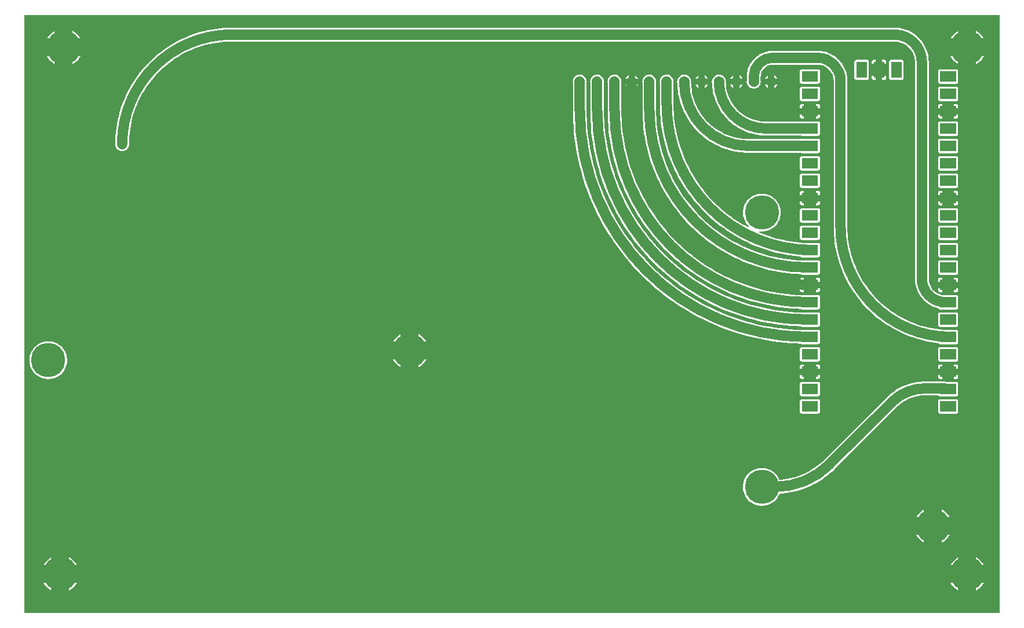
<source format=gbl>
G04 Layer: BottomLayer*
G04 EasyEDA v6.5.29, 2023-07-14 16:03:38*
G04 49c0109143794da29a213c6937cafebe,1e4d668faf9c44eeab1497739a8aa4b2,10*
G04 Gerber Generator version 0.2*
G04 Scale: 100 percent, Rotated: No, Reflected: No *
G04 Dimensions in millimeters *
G04 leading zeros omitted , absolute positions ,4 integer and 5 decimal *
%FSLAX45Y45*%
%MOMM*%

%AMMACRO1*21,1,$1,$2,0,0,$3*%
%ADD10C,1.5000*%
%ADD11MACRO1,1.6X1.6X90.0000*%
%ADD12MACRO1,1.6X1.6X-90.0000*%
%ADD13MACRO1,1.6X1.6X0.0000*%
%ADD14C,1.5240*%
%ADD15C,5.0000*%
%ADD16C,0.6096*%
%ADD17C,0.0174*%

%LPD*%
G36*
X-263906Y-274116D02*
G01*
X-267817Y-273304D01*
X-271119Y-271119D01*
X-273304Y-267817D01*
X-274066Y-263956D01*
X-274066Y8463889D01*
X-273304Y8467801D01*
X-271119Y8471103D01*
X-267817Y8473287D01*
X-263906Y8474049D01*
X13963904Y8474049D01*
X13967815Y8473287D01*
X13971117Y8471103D01*
X13973301Y8467801D01*
X13974063Y8463889D01*
X13974063Y-263956D01*
X13973301Y-267817D01*
X13971117Y-271119D01*
X13967815Y-273304D01*
X13963904Y-274116D01*
G37*

%LPC*%
G36*
X13631316Y57454D02*
G01*
X13632891Y58216D01*
X13652652Y70205D01*
X13671346Y83769D01*
X13688822Y98856D01*
X13704976Y115366D01*
X13719708Y133197D01*
X13732916Y152146D01*
X13742416Y168656D01*
X13631316Y168656D01*
G37*
G36*
X13368629Y57454D02*
G01*
X13368629Y168656D01*
X13257479Y168656D01*
X13267029Y152146D01*
X13280186Y133197D01*
X13294918Y115366D01*
X13311073Y98856D01*
X13328599Y83769D01*
X13347293Y70205D01*
X13367054Y58216D01*
G37*
G36*
X381304Y57505D02*
G01*
X382879Y58267D01*
X402640Y70256D01*
X421335Y83820D01*
X438810Y98907D01*
X455015Y115417D01*
X469747Y133248D01*
X482904Y152196D01*
X492455Y168706D01*
X381304Y168706D01*
G37*
G36*
X118618Y57505D02*
G01*
X118618Y168706D01*
X7518Y168706D01*
X17018Y152196D01*
X30226Y133248D01*
X44958Y115417D01*
X61112Y98907D01*
X78587Y83820D01*
X97282Y70256D01*
X117043Y58267D01*
G37*
G36*
X13631316Y431342D02*
G01*
X13742365Y431342D01*
X13738910Y437946D01*
X13726515Y457454D01*
X13712545Y475843D01*
X13697102Y493014D01*
X13680236Y508863D01*
X13662101Y523189D01*
X13642898Y535990D01*
X13631316Y542340D01*
G37*
G36*
X13257580Y431342D02*
G01*
X13368629Y431342D01*
X13368629Y542340D01*
X13357047Y535990D01*
X13337794Y523189D01*
X13319658Y508863D01*
X13302843Y493014D01*
X13287349Y475843D01*
X13273379Y457454D01*
X13261035Y437946D01*
G37*
G36*
X381304Y431393D02*
G01*
X492353Y431393D01*
X488899Y437997D01*
X476504Y457504D01*
X462534Y475894D01*
X447090Y493064D01*
X430225Y508914D01*
X412140Y523240D01*
X392887Y536041D01*
X381304Y542391D01*
G37*
G36*
X7569Y431393D02*
G01*
X118618Y431393D01*
X118618Y542391D01*
X107035Y536041D01*
X87782Y523240D01*
X69697Y508914D01*
X52832Y493064D01*
X37388Y475894D01*
X23418Y457504D01*
X11023Y437997D01*
G37*
G36*
X12868605Y757478D02*
G01*
X12868605Y868680D01*
X12757505Y868680D01*
X12767005Y852169D01*
X12780213Y833221D01*
X12794945Y815390D01*
X12811099Y798880D01*
X12828574Y783793D01*
X12847269Y770229D01*
X12867030Y758240D01*
G37*
G36*
X13131292Y757478D02*
G01*
X13132866Y758240D01*
X13152628Y770229D01*
X13171322Y783793D01*
X13188797Y798880D01*
X13205002Y815390D01*
X13219734Y833221D01*
X13232892Y852169D01*
X13242442Y868680D01*
X13131292Y868680D01*
G37*
G36*
X13131292Y1131366D02*
G01*
X13242340Y1131366D01*
X13238886Y1137970D01*
X13226491Y1157478D01*
X13212521Y1175867D01*
X13197078Y1193038D01*
X13180212Y1208887D01*
X13162127Y1223213D01*
X13142874Y1236014D01*
X13131292Y1242364D01*
G37*
G36*
X12757556Y1131366D02*
G01*
X12868605Y1131366D01*
X12868605Y1242364D01*
X12857022Y1236014D01*
X12837769Y1223213D01*
X12819684Y1208887D01*
X12802819Y1193038D01*
X12787376Y1175867D01*
X12773406Y1157478D01*
X12761010Y1137970D01*
G37*
G36*
X10499953Y1296568D02*
G01*
X10523067Y1297533D01*
X10545978Y1300429D01*
X10568584Y1305255D01*
X10590682Y1311910D01*
X10612170Y1320444D01*
X10632897Y1330706D01*
X10652658Y1342644D01*
X10671352Y1356258D01*
X10688828Y1371346D01*
X10704982Y1387856D01*
X10719714Y1405636D01*
X10732922Y1424635D01*
X10744454Y1444650D01*
X10754309Y1465529D01*
X10756900Y1470355D01*
X10759998Y1472641D01*
X10763758Y1473606D01*
X10792358Y1475282D01*
X10840008Y1480007D01*
X10887456Y1486560D01*
X10934598Y1494993D01*
X10981334Y1505254D01*
X11027664Y1517345D01*
X11073485Y1531213D01*
X11118697Y1546910D01*
X11163300Y1564335D01*
X11207140Y1583537D01*
X11250218Y1604416D01*
X11292433Y1627022D01*
X11333734Y1651203D01*
X11374069Y1677009D01*
X11413337Y1704390D01*
X11451539Y1733296D01*
X11488521Y1763674D01*
X11524335Y1795475D01*
X11558879Y1828698D01*
X12468047Y2737866D01*
X12492431Y2760878D01*
X12517882Y2782366D01*
X12544450Y2802331D01*
X12572136Y2820822D01*
X12600787Y2837688D01*
X12630353Y2852978D01*
X12660731Y2866542D01*
X12691821Y2878378D01*
X12723520Y2888488D01*
X12755778Y2896768D01*
X12788392Y2903270D01*
X12821361Y2907893D01*
X12854482Y2910687D01*
X12887452Y2911602D01*
X13073481Y2911602D01*
X13077444Y2910789D01*
X13080796Y2908503D01*
X13085927Y2903220D01*
X13090753Y2900222D01*
X13096240Y2898292D01*
X13102539Y2897581D01*
X13341908Y2897581D01*
X13348258Y2898292D01*
X13353694Y2900222D01*
X13358622Y2903270D01*
X13362686Y2907385D01*
X13365784Y2912262D01*
X13367664Y2917748D01*
X13368375Y2924048D01*
X13368375Y3082899D01*
X13367664Y3089249D01*
X13365784Y3094685D01*
X13362686Y3099612D01*
X13358622Y3103676D01*
X13353694Y3106775D01*
X13348258Y3108655D01*
X13341908Y3109366D01*
X13193369Y3109366D01*
X13174980Y3112566D01*
X13159943Y3113379D01*
X12887604Y3113379D01*
X12848488Y3112465D01*
X12809575Y3109569D01*
X12770815Y3104794D01*
X12732359Y3098139D01*
X12694310Y3089554D01*
X12656718Y3079191D01*
X12619634Y3066948D01*
X12583261Y3052876D01*
X12547549Y3037078D01*
X12512700Y3019501D01*
X12478766Y3000298D01*
X12445796Y2979420D01*
X12413894Y2956966D01*
X12383160Y2932938D01*
X12353594Y2907436D01*
X12325248Y2880461D01*
X11416131Y1971344D01*
X11383873Y1940509D01*
X11350498Y1911248D01*
X11315903Y1883460D01*
X11280089Y1857248D01*
X11243157Y1832559D01*
X11205210Y1809546D01*
X11166297Y1788210D01*
X11126470Y1768602D01*
X11085830Y1750720D01*
X11044478Y1734667D01*
X11002467Y1720392D01*
X10959846Y1707997D01*
X10916716Y1697431D01*
X10873181Y1688795D01*
X10829290Y1682038D01*
X10785195Y1677212D01*
X10762996Y1675739D01*
X10758881Y1676349D01*
X10755325Y1678533D01*
X10752937Y1681937D01*
X10749584Y1689912D01*
X10738916Y1710436D01*
X10726521Y1729943D01*
X10712551Y1748332D01*
X10697108Y1765503D01*
X10680242Y1781302D01*
X10662107Y1795678D01*
X10642904Y1808480D01*
X10622635Y1819605D01*
X10601502Y1829003D01*
X10579709Y1836572D01*
X10557306Y1842312D01*
X10534548Y1846173D01*
X10511536Y1848104D01*
X10488422Y1848104D01*
X10465358Y1846173D01*
X10442600Y1842312D01*
X10420197Y1836572D01*
X10398404Y1829003D01*
X10377271Y1819605D01*
X10357053Y1808480D01*
X10337800Y1795678D01*
X10319664Y1781302D01*
X10302849Y1765503D01*
X10287355Y1748332D01*
X10273385Y1729943D01*
X10261041Y1710436D01*
X10250322Y1689912D01*
X10241381Y1668627D01*
X10234218Y1646682D01*
X10228935Y1624177D01*
X10225582Y1601317D01*
X10224109Y1578254D01*
X10224617Y1555140D01*
X10227005Y1532178D01*
X10231374Y1509471D01*
X10237571Y1487220D01*
X10245598Y1465529D01*
X10255453Y1444650D01*
X10267035Y1424635D01*
X10280192Y1405636D01*
X10294924Y1387856D01*
X10311079Y1371346D01*
X10328605Y1356258D01*
X10347299Y1342644D01*
X10367060Y1330706D01*
X10387736Y1320444D01*
X10409224Y1311910D01*
X10431322Y1305255D01*
X10453928Y1300429D01*
X10476890Y1297533D01*
G37*
G36*
X13102539Y2643581D02*
G01*
X13341908Y2643581D01*
X13348258Y2644292D01*
X13353694Y2646222D01*
X13358622Y2649270D01*
X13362686Y2653385D01*
X13365784Y2658262D01*
X13367664Y2663748D01*
X13368375Y2670048D01*
X13368375Y2828899D01*
X13367664Y2835249D01*
X13365784Y2840685D01*
X13362686Y2845612D01*
X13358622Y2849676D01*
X13353694Y2852775D01*
X13348258Y2854655D01*
X13341908Y2855366D01*
X13102539Y2855366D01*
X13096240Y2854655D01*
X13090753Y2852775D01*
X13085876Y2849676D01*
X13081762Y2845612D01*
X13078713Y2840685D01*
X13076783Y2835249D01*
X13076072Y2828899D01*
X13076072Y2670048D01*
X13076783Y2663748D01*
X13078713Y2658262D01*
X13081762Y2653385D01*
X13085876Y2649270D01*
X13090753Y2646222D01*
X13096240Y2644292D01*
G37*
G36*
X11083036Y2643581D02*
G01*
X11322405Y2643581D01*
X11328704Y2644292D01*
X11334191Y2646222D01*
X11339068Y2649270D01*
X11343182Y2653385D01*
X11346281Y2658262D01*
X11348161Y2663748D01*
X11348872Y2670048D01*
X11348872Y2828899D01*
X11348161Y2835249D01*
X11346281Y2840685D01*
X11343182Y2845612D01*
X11339068Y2849676D01*
X11334191Y2852775D01*
X11328704Y2854655D01*
X11322405Y2855366D01*
X11083036Y2855366D01*
X11076736Y2854655D01*
X11071250Y2852775D01*
X11066373Y2849676D01*
X11062258Y2845612D01*
X11059160Y2840685D01*
X11057280Y2835249D01*
X11056569Y2828899D01*
X11056569Y2670048D01*
X11057280Y2663748D01*
X11059160Y2658262D01*
X11062258Y2653385D01*
X11066373Y2649270D01*
X11071250Y2646222D01*
X11076736Y2644292D01*
G37*
G36*
X11083036Y2897581D02*
G01*
X11322405Y2897581D01*
X11328704Y2898292D01*
X11334191Y2900222D01*
X11339068Y2903270D01*
X11343182Y2907385D01*
X11346281Y2912262D01*
X11348161Y2917748D01*
X11348872Y2924048D01*
X11348872Y3082899D01*
X11348161Y3089249D01*
X11346281Y3094685D01*
X11343182Y3099612D01*
X11339068Y3103676D01*
X11334191Y3106775D01*
X11328704Y3108655D01*
X11322405Y3109366D01*
X11083036Y3109366D01*
X11076736Y3108655D01*
X11071250Y3106775D01*
X11066373Y3103676D01*
X11062258Y3099612D01*
X11059160Y3094685D01*
X11057280Y3089249D01*
X11056569Y3082899D01*
X11056569Y2924048D01*
X11057280Y2917748D01*
X11059160Y2912262D01*
X11062258Y2907385D01*
X11066373Y2903270D01*
X11071250Y2900222D01*
X11076736Y2898292D01*
G37*
G36*
X74980Y3149092D02*
G01*
X98094Y3150057D01*
X121005Y3152952D01*
X143611Y3157778D01*
X165709Y3164433D01*
X187198Y3172968D01*
X207873Y3183229D01*
X227685Y3195167D01*
X246379Y3208782D01*
X263855Y3223869D01*
X280009Y3240379D01*
X294741Y3258210D01*
X307949Y3277158D01*
X319481Y3297174D01*
X329336Y3318103D01*
X337362Y3339744D01*
X343611Y3361994D01*
X347929Y3384702D01*
X350316Y3407664D01*
X350824Y3430778D01*
X349351Y3453841D01*
X345998Y3476701D01*
X340715Y3499205D01*
X333603Y3521151D01*
X324612Y3542487D01*
X313944Y3562959D01*
X301548Y3582466D01*
X287578Y3600856D01*
X272084Y3618026D01*
X255270Y3633825D01*
X237134Y3648201D01*
X217881Y3661003D01*
X197662Y3672128D01*
X176530Y3681526D01*
X154736Y3689096D01*
X132334Y3694887D01*
X109575Y3698697D01*
X86512Y3700627D01*
X63449Y3700627D01*
X40386Y3698697D01*
X17627Y3694887D01*
X-4775Y3689096D01*
X-26568Y3681526D01*
X-47701Y3672128D01*
X-67919Y3661003D01*
X-87172Y3648201D01*
X-105308Y3633825D01*
X-122123Y3618026D01*
X-137617Y3600856D01*
X-151587Y3582466D01*
X-163931Y3562959D01*
X-174650Y3542487D01*
X-183591Y3521151D01*
X-190754Y3499205D01*
X-196037Y3476701D01*
X-199390Y3453841D01*
X-200863Y3430778D01*
X-200355Y3407664D01*
X-197967Y3384702D01*
X-193649Y3361994D01*
X-187401Y3339744D01*
X-179374Y3318103D01*
X-169519Y3297174D01*
X-157988Y3277158D01*
X-144780Y3258210D01*
X-130048Y3240379D01*
X-113893Y3223869D01*
X-96367Y3208782D01*
X-77673Y3195167D01*
X-57912Y3183229D01*
X-37236Y3172968D01*
X-15747Y3164433D01*
X6350Y3157778D01*
X28956Y3152952D01*
X51917Y3150057D01*
G37*
G36*
X11083036Y3151581D02*
G01*
X11116106Y3151581D01*
X11116106Y3211118D01*
X11056569Y3211118D01*
X11056569Y3178048D01*
X11057280Y3171748D01*
X11059160Y3166262D01*
X11062258Y3161385D01*
X11066373Y3157270D01*
X11071250Y3154222D01*
X11076736Y3152292D01*
G37*
G36*
X11289334Y3151581D02*
G01*
X11322405Y3151581D01*
X11328704Y3152292D01*
X11334191Y3154222D01*
X11339068Y3157270D01*
X11343182Y3161385D01*
X11346281Y3166262D01*
X11348161Y3171748D01*
X11348872Y3178048D01*
X11348872Y3211118D01*
X11289334Y3211118D01*
G37*
G36*
X13102539Y3151581D02*
G01*
X13135610Y3151581D01*
X13135610Y3211118D01*
X13076072Y3211118D01*
X13076072Y3178048D01*
X13076783Y3171748D01*
X13078713Y3166262D01*
X13081762Y3161385D01*
X13085876Y3157270D01*
X13090753Y3154222D01*
X13096240Y3152292D01*
G37*
G36*
X13308838Y3151581D02*
G01*
X13341908Y3151581D01*
X13348258Y3152292D01*
X13353694Y3154222D01*
X13358622Y3157270D01*
X13362686Y3161385D01*
X13365784Y3166262D01*
X13367664Y3171748D01*
X13368375Y3178048D01*
X13368375Y3211118D01*
X13308838Y3211118D01*
G37*
G36*
X11289334Y3303828D02*
G01*
X11348872Y3303828D01*
X11348872Y3336899D01*
X11348161Y3343249D01*
X11346281Y3348685D01*
X11343182Y3353612D01*
X11339068Y3357676D01*
X11334191Y3360775D01*
X11328704Y3362655D01*
X11322405Y3363366D01*
X11289334Y3363366D01*
G37*
G36*
X13308838Y3303828D02*
G01*
X13368375Y3303828D01*
X13368375Y3336899D01*
X13367664Y3343249D01*
X13365784Y3348685D01*
X13362686Y3353612D01*
X13358622Y3357676D01*
X13353694Y3360775D01*
X13348258Y3362655D01*
X13341908Y3363366D01*
X13308838Y3363366D01*
G37*
G36*
X11056569Y3303828D02*
G01*
X11116106Y3303828D01*
X11116106Y3363366D01*
X11083036Y3363366D01*
X11076736Y3362655D01*
X11071250Y3360775D01*
X11066373Y3357676D01*
X11062258Y3353612D01*
X11059160Y3348685D01*
X11057280Y3343249D01*
X11056569Y3336899D01*
G37*
G36*
X13076072Y3303828D02*
G01*
X13135610Y3303828D01*
X13135610Y3363366D01*
X13102539Y3363366D01*
X13096240Y3362655D01*
X13090753Y3360775D01*
X13085876Y3357676D01*
X13081762Y3353612D01*
X13078713Y3348685D01*
X13076783Y3343249D01*
X13076072Y3336899D01*
G37*
G36*
X5486755Y3323183D02*
G01*
X5488330Y3323945D01*
X5508091Y3335934D01*
X5526786Y3349498D01*
X5544261Y3364585D01*
X5560415Y3381095D01*
X5575147Y3398926D01*
X5588355Y3417874D01*
X5597855Y3434384D01*
X5486755Y3434384D01*
G37*
G36*
X5224068Y3323183D02*
G01*
X5224068Y3434384D01*
X5112918Y3434384D01*
X5122468Y3417874D01*
X5135626Y3398926D01*
X5150358Y3381095D01*
X5166563Y3364585D01*
X5184038Y3349498D01*
X5202732Y3335934D01*
X5222494Y3323945D01*
G37*
G36*
X13102539Y3405581D02*
G01*
X13341908Y3405581D01*
X13348258Y3406292D01*
X13353694Y3408222D01*
X13358622Y3411270D01*
X13362686Y3415385D01*
X13365784Y3420262D01*
X13367664Y3425748D01*
X13368375Y3432048D01*
X13368375Y3590899D01*
X13367664Y3597249D01*
X13365784Y3602685D01*
X13362686Y3607612D01*
X13358622Y3611676D01*
X13353694Y3614775D01*
X13348258Y3616655D01*
X13341908Y3617366D01*
X13102539Y3617366D01*
X13096240Y3616655D01*
X13090753Y3614775D01*
X13085876Y3611676D01*
X13081762Y3607612D01*
X13078713Y3602685D01*
X13076783Y3597249D01*
X13076072Y3590899D01*
X13076072Y3432048D01*
X13076783Y3425748D01*
X13078713Y3420262D01*
X13081762Y3415385D01*
X13085876Y3411270D01*
X13090753Y3408222D01*
X13096240Y3406292D01*
G37*
G36*
X11083036Y3405581D02*
G01*
X11322405Y3405581D01*
X11328704Y3406292D01*
X11334191Y3408222D01*
X11339068Y3411270D01*
X11343182Y3415385D01*
X11346281Y3420262D01*
X11348161Y3425748D01*
X11348872Y3432048D01*
X11348872Y3590899D01*
X11348161Y3597249D01*
X11346281Y3602685D01*
X11343182Y3607612D01*
X11339068Y3611676D01*
X11334191Y3614775D01*
X11328704Y3616655D01*
X11322405Y3617366D01*
X11083036Y3617366D01*
X11076736Y3616655D01*
X11071250Y3614775D01*
X11066373Y3611676D01*
X11062258Y3607612D01*
X11059160Y3602685D01*
X11057280Y3597249D01*
X11056569Y3590899D01*
X11056569Y3432048D01*
X11057280Y3425748D01*
X11059160Y3420262D01*
X11062258Y3415385D01*
X11066373Y3411270D01*
X11071250Y3408222D01*
X11076736Y3406292D01*
G37*
G36*
X13102539Y3659581D02*
G01*
X13341908Y3659581D01*
X13348258Y3660292D01*
X13353694Y3662222D01*
X13358622Y3665270D01*
X13362686Y3669385D01*
X13365784Y3674262D01*
X13367664Y3679748D01*
X13368375Y3686048D01*
X13368375Y3844899D01*
X13367664Y3851249D01*
X13365784Y3856685D01*
X13362686Y3861612D01*
X13358622Y3865676D01*
X13353694Y3868775D01*
X13348258Y3870655D01*
X13341908Y3871366D01*
X13141198Y3871417D01*
X13097002Y3875481D01*
X13042239Y3882542D01*
X12987731Y3891584D01*
X12933629Y3902608D01*
X12879984Y3915613D01*
X12826847Y3930548D01*
X12774269Y3947414D01*
X12722352Y3966210D01*
X12671145Y3986885D01*
X12620701Y4009390D01*
X12571171Y4033774D01*
X12522504Y4059885D01*
X12474854Y4087825D01*
X12428270Y4117441D01*
X12382804Y4148734D01*
X12338507Y4181703D01*
X12295428Y4216247D01*
X12253620Y4252315D01*
X12213183Y4289907D01*
X12174169Y4328972D01*
X12136577Y4369409D01*
X12100458Y4411218D01*
X12065965Y4454296D01*
X12032996Y4498594D01*
X12001703Y4544110D01*
X11972086Y4590694D01*
X11944197Y4638344D01*
X11918086Y4687011D01*
X11893753Y4736541D01*
X11871198Y4786985D01*
X11850573Y4838192D01*
X11831777Y4890109D01*
X11814911Y4942687D01*
X11799976Y4995875D01*
X11787022Y5049520D01*
X11775998Y5103622D01*
X11766956Y5158079D01*
X11759946Y5212842D01*
X11754916Y5267858D01*
X11751868Y5322976D01*
X11750903Y5377992D01*
X11750903Y7512303D01*
X11749938Y7541158D01*
X11747144Y7569708D01*
X11742470Y7598003D01*
X11735917Y7625943D01*
X11727637Y7653426D01*
X11717528Y7680248D01*
X11705691Y7706359D01*
X11692128Y7731709D01*
X11676989Y7756042D01*
X11660276Y7779359D01*
X11642090Y7801559D01*
X11622481Y7822488D01*
X11601551Y7842097D01*
X11579352Y7860284D01*
X11556034Y7876997D01*
X11531701Y7892135D01*
X11506352Y7905699D01*
X11480241Y7917535D01*
X11453418Y7927644D01*
X11425936Y7935925D01*
X11397996Y7942478D01*
X11369700Y7947152D01*
X11341150Y7949946D01*
X11312296Y7950911D01*
X10662666Y7950911D01*
X10635183Y7949895D01*
X10608005Y7946999D01*
X10581132Y7942122D01*
X10554665Y7935366D01*
X10528757Y7926781D01*
X10503560Y7916316D01*
X10479125Y7904073D01*
X10455605Y7890154D01*
X10433202Y7874558D01*
X10411917Y7857439D01*
X10391952Y7838846D01*
X10373309Y7818831D01*
X10356189Y7797546D01*
X10340594Y7775143D01*
X10326674Y7751622D01*
X10314432Y7727238D01*
X10304018Y7701991D01*
X10295382Y7676083D01*
X10288625Y7649616D01*
X10283748Y7622743D01*
X10280853Y7595565D01*
X10279888Y7568082D01*
X10279888Y7514386D01*
X10278922Y7506665D01*
X10278922Y7493000D01*
X10280751Y7479487D01*
X10284358Y7466330D01*
X10289641Y7453782D01*
X10296601Y7442047D01*
X10305084Y7431379D01*
X10314889Y7421880D01*
X10325862Y7413802D01*
X10337800Y7407249D01*
X10350550Y7402322D01*
X10363809Y7399172D01*
X10377373Y7397800D01*
X10390987Y7398258D01*
X10404449Y7400544D01*
X10417454Y7404557D01*
X10429849Y7410297D01*
X10441330Y7417663D01*
X10451744Y7426452D01*
X10460888Y7436561D01*
X10468610Y7447788D01*
X10474756Y7459980D01*
X10479227Y7472883D01*
X10481970Y7486243D01*
X10482884Y7499807D01*
X10481665Y7515758D01*
X10481716Y7568793D01*
X10482732Y7587691D01*
X10485780Y7606385D01*
X10490708Y7624673D01*
X10497566Y7642301D01*
X10506202Y7659116D01*
X10516514Y7674965D01*
X10528503Y7689646D01*
X10541914Y7703007D01*
X10556646Y7714843D01*
X10572546Y7725105D01*
X10589412Y7733639D01*
X10607141Y7740396D01*
X10625429Y7745222D01*
X10644124Y7748117D01*
X10662462Y7749082D01*
X11312499Y7749082D01*
X11334750Y7748016D01*
X11356390Y7744968D01*
X11377676Y7739888D01*
X11398402Y7732928D01*
X11418366Y7724038D01*
X11437416Y7713370D01*
X11455400Y7700975D01*
X11472214Y7687005D01*
X11487607Y7671511D01*
X11501577Y7654696D01*
X11513870Y7636611D01*
X11524488Y7617510D01*
X11533276Y7597495D01*
X11540134Y7576769D01*
X11545112Y7555484D01*
X11548110Y7533843D01*
X11549075Y7512507D01*
X11549075Y5378094D01*
X11550091Y5319522D01*
X11553088Y5261102D01*
X11558066Y5202783D01*
X11565026Y5144719D01*
X11573967Y5086858D01*
X11584889Y5029403D01*
X11597792Y4972354D01*
X11612626Y4915712D01*
X11629339Y4859680D01*
X11647982Y4804206D01*
X11668556Y4749444D01*
X11690908Y4695393D01*
X11715140Y4642104D01*
X11741150Y4589729D01*
X11768988Y4538218D01*
X11798503Y4487722D01*
X11829745Y4438294D01*
X11862663Y4389932D01*
X11897207Y4342688D01*
X11933377Y4296664D01*
X11971070Y4251960D01*
X12010237Y4208526D01*
X12050928Y4166412D01*
X12092990Y4125772D01*
X12136424Y4086555D01*
X12181179Y4048861D01*
X12227204Y4012742D01*
X12274397Y3978198D01*
X12322759Y3945280D01*
X12372238Y3914038D01*
X12422733Y3884472D01*
X12474194Y3856685D01*
X12526619Y3830675D01*
X12579858Y3806444D01*
X12633909Y3784041D01*
X12688722Y3763518D01*
X12744145Y3744874D01*
X12800228Y3728110D01*
X12856819Y3713327D01*
X12913868Y3700424D01*
X12971373Y3689502D01*
X13029184Y3680561D01*
X13073634Y3675227D01*
X13077901Y3673703D01*
X13081050Y3670503D01*
X13081762Y3669385D01*
X13085876Y3665270D01*
X13090753Y3662222D01*
X13096240Y3660292D01*
G37*
G36*
X11083036Y3659581D02*
G01*
X11322405Y3659581D01*
X11328704Y3660292D01*
X11334191Y3662222D01*
X11339068Y3665270D01*
X11343182Y3669385D01*
X11346281Y3674262D01*
X11348161Y3679748D01*
X11348872Y3686048D01*
X11348872Y3844899D01*
X11348161Y3851249D01*
X11346281Y3856685D01*
X11343182Y3861612D01*
X11339068Y3865676D01*
X11334191Y3868775D01*
X11328704Y3870655D01*
X11322405Y3871366D01*
X11083036Y3871366D01*
X11076736Y3870655D01*
X11070590Y3868521D01*
X11066830Y3867962D01*
X11001756Y3870401D01*
X10921593Y3875430D01*
X10841583Y3882440D01*
X10761776Y3891432D01*
X10682224Y3902405D01*
X10602976Y3915359D01*
X10524032Y3930294D01*
X10445546Y3947210D01*
X10367467Y3966057D01*
X10289895Y3986834D01*
X10212832Y4009542D01*
X10136378Y4034180D01*
X10060584Y4060698D01*
X9985451Y4089146D01*
X9911080Y4119422D01*
X9837470Y4151528D01*
X9764674Y4185462D01*
X9692741Y4221226D01*
X9621723Y4258767D01*
X9551670Y4298035D01*
X9482632Y4339082D01*
X9414611Y4381804D01*
X9347708Y4426204D01*
X9281922Y4472279D01*
X9217304Y4519980D01*
X9153855Y4569256D01*
X9091726Y4620158D01*
X9030817Y4672533D01*
X8971280Y4726432D01*
X8913114Y4781804D01*
X8856319Y4838598D01*
X8800947Y4896764D01*
X8747048Y4956352D01*
X8694674Y5017211D01*
X8643823Y5079390D01*
X8594547Y5142788D01*
X8546846Y5207406D01*
X8500770Y5273192D01*
X8456371Y5340146D01*
X8413648Y5408168D01*
X8372602Y5477205D01*
X8333333Y5547258D01*
X8295792Y5618276D01*
X8260080Y5690209D01*
X8226094Y5763006D01*
X8193989Y5836615D01*
X8163712Y5910986D01*
X8135315Y5986119D01*
X8108797Y6061913D01*
X8084159Y6138367D01*
X8061452Y6215430D01*
X8040674Y6293002D01*
X8021828Y6371082D01*
X8004962Y6449618D01*
X7990027Y6528511D01*
X7977073Y6607759D01*
X7966100Y6687362D01*
X7957108Y6767169D01*
X7950098Y6847179D01*
X7945069Y6927342D01*
X7942072Y7007606D01*
X7941106Y7087768D01*
X7941106Y7485583D01*
X7942021Y7493304D01*
X7942021Y7506970D01*
X7940243Y7520482D01*
X7936636Y7533640D01*
X7931302Y7546187D01*
X7924342Y7557922D01*
X7915909Y7568590D01*
X7906105Y7578090D01*
X7895132Y7586167D01*
X7883144Y7592720D01*
X7870444Y7597648D01*
X7857185Y7600797D01*
X7843621Y7602169D01*
X7829956Y7601712D01*
X7816545Y7599425D01*
X7803489Y7595412D01*
X7791145Y7589672D01*
X7779613Y7582306D01*
X7769199Y7573518D01*
X7760055Y7563408D01*
X7752334Y7552181D01*
X7746187Y7539990D01*
X7741716Y7527086D01*
X7739024Y7513726D01*
X7738109Y7500112D01*
X7739278Y7484211D01*
X7739278Y7087819D01*
X7740294Y7005066D01*
X7743291Y6922414D01*
X7748270Y6839813D01*
X7755280Y6757365D01*
X7764221Y6675170D01*
X7775194Y6593179D01*
X7788148Y6511442D01*
X7803032Y6430111D01*
X7819948Y6349085D01*
X7838744Y6268567D01*
X7859522Y6188456D01*
X7882229Y6108954D01*
X7906816Y6029960D01*
X7933334Y5951575D01*
X7961731Y5873902D01*
X7992008Y5796889D01*
X8024114Y5720689D01*
X8058048Y5645251D01*
X8093811Y5570626D01*
X8131403Y5496915D01*
X8170722Y5424170D01*
X8211769Y5352338D01*
X8254593Y5281574D01*
X8299094Y5211826D01*
X8345220Y5143195D01*
X8393074Y5075682D01*
X8442502Y5009337D01*
X8493506Y4944211D01*
X8546084Y4880356D01*
X8600186Y4817770D01*
X8655761Y4756505D01*
X8712860Y4696612D01*
X8771331Y4638141D01*
X8831224Y4581093D01*
X8892489Y4525467D01*
X8955074Y4471365D01*
X9018930Y4418787D01*
X9084056Y4367784D01*
X9150350Y4318355D01*
X9217863Y4270552D01*
X9286544Y4224375D01*
X9356242Y4179874D01*
X9427057Y4137101D01*
X9498838Y4096004D01*
X9571634Y4056684D01*
X9645345Y4019143D01*
X9719919Y3983380D01*
X9795357Y3949395D01*
X9871608Y3917289D01*
X9948570Y3887012D01*
X10026294Y3858615D01*
X10104628Y3832148D01*
X10183622Y3807510D01*
X10263174Y3784803D01*
X10343235Y3764076D01*
X10423804Y3745229D01*
X10504779Y3728364D01*
X10586161Y3713429D01*
X10667847Y3700526D01*
X10749838Y3689553D01*
X10832084Y3680561D01*
X10914532Y3673551D01*
X10997082Y3668572D01*
X11062309Y3666236D01*
X11064900Y3665778D01*
X11067338Y3664661D01*
X11071250Y3662222D01*
X11076736Y3660292D01*
G37*
G36*
X5486755Y3697071D02*
G01*
X5597804Y3697071D01*
X5594350Y3703675D01*
X5581954Y3723182D01*
X5567984Y3741572D01*
X5552541Y3758742D01*
X5535676Y3774592D01*
X5517591Y3788918D01*
X5498338Y3801719D01*
X5486755Y3808069D01*
G37*
G36*
X5113020Y3697071D02*
G01*
X5224068Y3697071D01*
X5224068Y3808069D01*
X5212486Y3801719D01*
X5193233Y3788918D01*
X5175148Y3774592D01*
X5158282Y3758742D01*
X5142839Y3741572D01*
X5128869Y3723182D01*
X5116474Y3703675D01*
G37*
G36*
X13102539Y3913581D02*
G01*
X13341908Y3913581D01*
X13348258Y3914292D01*
X13353694Y3916222D01*
X13358622Y3919270D01*
X13362686Y3923385D01*
X13365784Y3928262D01*
X13367664Y3933748D01*
X13368375Y3940048D01*
X13368375Y4098899D01*
X13367664Y4105249D01*
X13365784Y4110685D01*
X13362686Y4115612D01*
X13358622Y4119676D01*
X13353694Y4122775D01*
X13348258Y4124655D01*
X13341908Y4125366D01*
X13102539Y4125366D01*
X13096240Y4124655D01*
X13090753Y4122775D01*
X13085876Y4119676D01*
X13081762Y4115612D01*
X13078713Y4110685D01*
X13076783Y4105249D01*
X13076072Y4098899D01*
X13076072Y3940048D01*
X13076783Y3933748D01*
X13078713Y3928262D01*
X13081762Y3923385D01*
X13085876Y3919270D01*
X13090753Y3916222D01*
X13096240Y3914292D01*
G37*
G36*
X11083036Y3913581D02*
G01*
X11322405Y3913581D01*
X11328704Y3914292D01*
X11334191Y3916222D01*
X11339068Y3919270D01*
X11343182Y3923385D01*
X11346281Y3928262D01*
X11348161Y3933748D01*
X11348872Y3940048D01*
X11348872Y4098899D01*
X11348161Y4105249D01*
X11346281Y4110685D01*
X11343182Y4115612D01*
X11339068Y4119676D01*
X11334191Y4122775D01*
X11328704Y4124655D01*
X11322405Y4125366D01*
X11083036Y4125366D01*
X11076736Y4124655D01*
X11070945Y4122674D01*
X11067237Y4122115D01*
X11007039Y4124451D01*
X10929518Y4129582D01*
X10852150Y4136694D01*
X10775035Y4145787D01*
X10698124Y4156964D01*
X10621568Y4170121D01*
X10545368Y4185259D01*
X10469626Y4202430D01*
X10394340Y4221530D01*
X10319562Y4242612D01*
X10245394Y4265676D01*
X10171836Y4290669D01*
X10098938Y4317542D01*
X10026802Y4346346D01*
X9955428Y4376978D01*
X9884867Y4409541D01*
X9815169Y4443882D01*
X9746437Y4480052D01*
X9678670Y4517999D01*
X9611918Y4557725D01*
X9546234Y4599178D01*
X9481616Y4642358D01*
X9418167Y4687214D01*
X9355937Y4733696D01*
X9294926Y4781753D01*
X9235236Y4831435D01*
X9176816Y4882692D01*
X9119768Y4935423D01*
X9064142Y4989626D01*
X9009938Y5045252D01*
X8957208Y5102301D01*
X8905951Y5160721D01*
X8856319Y5220462D01*
X8808212Y5281472D01*
X8761730Y5343702D01*
X8716924Y5407152D01*
X8673744Y5471718D01*
X8632291Y5537454D01*
X8592566Y5604205D01*
X8554618Y5671972D01*
X8518448Y5740755D01*
X8484108Y5810402D01*
X8451596Y5880963D01*
X8420912Y5952337D01*
X8392160Y6024473D01*
X8365236Y6097371D01*
X8340293Y6170930D01*
X8317280Y6245098D01*
X8296148Y6319875D01*
X8277047Y6395161D01*
X8259927Y6470954D01*
X8244738Y6547154D01*
X8231631Y6623710D01*
X8220456Y6700570D01*
X8211362Y6777736D01*
X8204250Y6855104D01*
X8199170Y6932625D01*
X8196122Y7010247D01*
X8195106Y7087768D01*
X8195106Y7485583D01*
X8196021Y7493304D01*
X8196021Y7506970D01*
X8194243Y7520482D01*
X8190636Y7533640D01*
X8185302Y7546187D01*
X8178342Y7557922D01*
X8169909Y7568590D01*
X8160105Y7578090D01*
X8149132Y7586167D01*
X8137144Y7592720D01*
X8124444Y7597648D01*
X8111185Y7600797D01*
X8097621Y7602169D01*
X8083956Y7601712D01*
X8070545Y7599425D01*
X8057489Y7595412D01*
X8045145Y7589672D01*
X8033613Y7582306D01*
X8023199Y7573518D01*
X8014055Y7563408D01*
X8006334Y7552181D01*
X8000187Y7539990D01*
X7995716Y7527086D01*
X7993024Y7513726D01*
X7992109Y7500112D01*
X7993278Y7484211D01*
X7993278Y7087819D01*
X7994243Y7008774D01*
X7997240Y6929780D01*
X8002117Y6850938D01*
X8009026Y6772249D01*
X8017865Y6693712D01*
X8028686Y6615430D01*
X8041436Y6537452D01*
X8056118Y6459829D01*
X8072729Y6382562D01*
X8091271Y6305753D01*
X8111744Y6229451D01*
X8134096Y6153658D01*
X8158327Y6078423D01*
X8184388Y6003848D01*
X8212378Y5929934D01*
X8242147Y5856732D01*
X8273745Y5784342D01*
X8307120Y5712714D01*
X8342274Y5641949D01*
X8379206Y5572099D01*
X8417864Y5503164D01*
X8458250Y5435244D01*
X8500262Y5368340D01*
X8543950Y5302504D01*
X8589264Y5237784D01*
X8636203Y5174183D01*
X8684717Y5111800D01*
X8734755Y5050637D01*
X8786266Y4990744D01*
X8839301Y4932172D01*
X8893759Y4874920D01*
X8949639Y4819040D01*
X9006890Y4764582D01*
X9065463Y4711598D01*
X9125356Y4660036D01*
X9186519Y4609998D01*
X9248902Y4561535D01*
X9312452Y4514596D01*
X9377222Y4469282D01*
X9443059Y4425594D01*
X9509963Y4383532D01*
X9577882Y4343196D01*
X9646818Y4304538D01*
X9716668Y4267606D01*
X9787432Y4232452D01*
X9859010Y4199026D01*
X9931450Y4167428D01*
X10004653Y4137660D01*
X10078567Y4109720D01*
X10153142Y4083608D01*
X10228326Y4059377D01*
X10304119Y4037025D01*
X10380472Y4016603D01*
X10457281Y3998061D01*
X10534497Y3981399D01*
X10612170Y3966718D01*
X10690148Y3953967D01*
X10768380Y3943197D01*
X10846917Y3934307D01*
X10925657Y3927449D01*
X11004499Y3922522D01*
X11062055Y3920388D01*
X11064646Y3919931D01*
X11067084Y3918813D01*
X11071250Y3916222D01*
X11076736Y3914292D01*
G37*
G36*
X11083036Y4167581D02*
G01*
X11322405Y4167581D01*
X11328704Y4168292D01*
X11334191Y4170222D01*
X11339068Y4173270D01*
X11343182Y4177385D01*
X11346281Y4182262D01*
X11348161Y4187748D01*
X11348872Y4194048D01*
X11348872Y4352899D01*
X11348161Y4359249D01*
X11346281Y4364685D01*
X11343182Y4369612D01*
X11339068Y4373676D01*
X11334191Y4376775D01*
X11328704Y4378655D01*
X11322405Y4379366D01*
X11083036Y4379366D01*
X11076736Y4378655D01*
X11071402Y4376826D01*
X11067643Y4376267D01*
X11015421Y4378401D01*
X10942116Y4383379D01*
X10868964Y4390339D01*
X10796016Y4399280D01*
X10723372Y4410151D01*
X10651032Y4423054D01*
X10579049Y4437888D01*
X10507522Y4454652D01*
X10436453Y4473346D01*
X10365892Y4493971D01*
X10295940Y4516475D01*
X10226649Y4540910D01*
X10158018Y4567174D01*
X10090150Y4595266D01*
X10023043Y4625238D01*
X9956749Y4656988D01*
X9891369Y4690516D01*
X9826955Y4725822D01*
X9763455Y4762855D01*
X9701022Y4801616D01*
X9639655Y4842002D01*
X9579406Y4884064D01*
X9520275Y4927752D01*
X9462414Y4973015D01*
X9405772Y5019852D01*
X9350400Y5068163D01*
X9296400Y5117947D01*
X9243720Y5169204D01*
X9192463Y5221884D01*
X9142679Y5275935D01*
X9094368Y5331256D01*
X9047530Y5387949D01*
X9002268Y5445810D01*
X8958630Y5504942D01*
X8916568Y5565190D01*
X8876131Y5626557D01*
X8837422Y5688990D01*
X8800388Y5752490D01*
X8765082Y5816904D01*
X8731554Y5882335D01*
X8699804Y5948578D01*
X8669883Y6015685D01*
X8641740Y6083604D01*
X8615476Y6152184D01*
X8591092Y6221526D01*
X8568588Y6291478D01*
X8547963Y6361988D01*
X8529269Y6433058D01*
X8512505Y6504635D01*
X8497671Y6576568D01*
X8484819Y6648958D01*
X8473897Y6721602D01*
X8465007Y6794550D01*
X8458047Y6867702D01*
X8453069Y6941007D01*
X8450072Y7014413D01*
X8449106Y7087768D01*
X8449106Y7485583D01*
X8450021Y7493304D01*
X8450021Y7506970D01*
X8448243Y7520482D01*
X8444636Y7533640D01*
X8439302Y7546187D01*
X8432342Y7557922D01*
X8423910Y7568590D01*
X8414105Y7578090D01*
X8403132Y7586167D01*
X8391144Y7592720D01*
X8378444Y7597648D01*
X8365185Y7600797D01*
X8351621Y7602169D01*
X8337956Y7601712D01*
X8324545Y7599425D01*
X8311489Y7595412D01*
X8299145Y7589672D01*
X8287613Y7582306D01*
X8277199Y7573518D01*
X8268055Y7563408D01*
X8260334Y7552181D01*
X8254187Y7539990D01*
X8249716Y7527086D01*
X8247024Y7513726D01*
X8246109Y7500112D01*
X8247278Y7484211D01*
X8247278Y7087819D01*
X8248294Y7011466D01*
X8251291Y6935216D01*
X8256270Y6859066D01*
X8263229Y6783070D01*
X8272221Y6707276D01*
X8283194Y6631736D01*
X8296097Y6556502D01*
X8310981Y6481673D01*
X8327847Y6407251D01*
X8346592Y6333286D01*
X8367318Y6259830D01*
X8389975Y6186932D01*
X8414512Y6114643D01*
X8440928Y6043066D01*
X8469172Y5972200D01*
X8499297Y5902045D01*
X8531250Y5832754D01*
X8565032Y5764326D01*
X8600541Y5696762D01*
X8637828Y5630164D01*
X8676843Y5564581D01*
X8717584Y5500065D01*
X8760002Y5436616D01*
X8804046Y5374284D01*
X8849715Y5313121D01*
X8896959Y5253177D01*
X8945727Y5194503D01*
X8996070Y5137150D01*
X9047886Y5081066D01*
X9101124Y5026406D01*
X9155785Y4973167D01*
X9211818Y4921351D01*
X9269222Y4871059D01*
X9327896Y4822240D01*
X9387840Y4774996D01*
X9448952Y4729327D01*
X9511284Y4685284D01*
X9574733Y4642866D01*
X9639300Y4602175D01*
X9704882Y4563160D01*
X9771481Y4525873D01*
X9838994Y4490313D01*
X9907473Y4456582D01*
X9976764Y4424629D01*
X10046868Y4394504D01*
X10117785Y4366209D01*
X10189362Y4339793D01*
X10261650Y4315256D01*
X10334498Y4292650D01*
X10407954Y4271924D01*
X10481919Y4253128D01*
X10556392Y4236313D01*
X10631220Y4221378D01*
X10706455Y4208475D01*
X10781944Y4197502D01*
X10857738Y4188561D01*
X10933734Y4181551D01*
X11009884Y4176572D01*
X11061801Y4174540D01*
X11064392Y4174083D01*
X11066830Y4172965D01*
X11071250Y4170222D01*
X11076736Y4168292D01*
G37*
G36*
X13102539Y4167581D02*
G01*
X13341908Y4167581D01*
X13348258Y4168292D01*
X13353694Y4170222D01*
X13358622Y4173270D01*
X13362686Y4177385D01*
X13365784Y4182262D01*
X13367664Y4187748D01*
X13368375Y4194048D01*
X13368375Y4352899D01*
X13367664Y4359249D01*
X13365784Y4364685D01*
X13362686Y4369612D01*
X13358622Y4373676D01*
X13353694Y4376775D01*
X13348258Y4378655D01*
X13341908Y4379366D01*
X13134746Y4379366D01*
X13132409Y4379671D01*
X13114883Y4383836D01*
X13093547Y4391050D01*
X13072973Y4400143D01*
X13053364Y4411116D01*
X13034822Y4423867D01*
X13017550Y4438294D01*
X13001650Y4454245D01*
X12987324Y4471568D01*
X12974624Y4490161D01*
X12963702Y4509820D01*
X12954660Y4530445D01*
X12947548Y4551781D01*
X12942468Y4573676D01*
X12939369Y4595977D01*
X12938404Y4617974D01*
X12938404Y7787335D01*
X12937388Y7818932D01*
X12934442Y7850276D01*
X12929514Y7881366D01*
X12922656Y7912049D01*
X12913868Y7942275D01*
X12903200Y7971891D01*
X12890703Y8000746D01*
X12876428Y8028787D01*
X12860426Y8055864D01*
X12842697Y8081924D01*
X12823444Y8106765D01*
X12802616Y8130387D01*
X12780365Y8152638D01*
X12756743Y8173415D01*
X12731902Y8192719D01*
X12705892Y8210397D01*
X12678765Y8226450D01*
X12650774Y8240725D01*
X12621869Y8253222D01*
X12592253Y8263890D01*
X12562027Y8272627D01*
X12531344Y8279536D01*
X12500254Y8284413D01*
X12468910Y8287410D01*
X12437313Y8288375D01*
X2757424Y8288375D01*
X2699156Y8287410D01*
X2641041Y8284413D01*
X2583078Y8279434D01*
X2525318Y8272525D01*
X2467813Y8263636D01*
X2410612Y8252764D01*
X2353868Y8239912D01*
X2297582Y8225180D01*
X2241804Y8208518D01*
X2186686Y8189975D01*
X2132177Y8169554D01*
X2078431Y8147303D01*
X2025446Y8123224D01*
X1973325Y8097316D01*
X1922119Y8069681D01*
X1871929Y8040319D01*
X1822704Y8009229D01*
X1774596Y7976463D01*
X1727657Y7942122D01*
X1681886Y7906156D01*
X1637385Y7868666D01*
X1594205Y7829702D01*
X1552346Y7789265D01*
X1511909Y7747406D01*
X1472946Y7704226D01*
X1435455Y7659725D01*
X1399489Y7613954D01*
X1365148Y7567015D01*
X1332382Y7518908D01*
X1301292Y7469682D01*
X1271930Y7419492D01*
X1244295Y7368286D01*
X1218387Y7316165D01*
X1194308Y7263180D01*
X1172057Y7209434D01*
X1151636Y7154925D01*
X1133043Y7099757D01*
X1116431Y7044029D01*
X1101648Y6987743D01*
X1088847Y6930948D01*
X1077976Y6873798D01*
X1069086Y6816293D01*
X1062177Y6758533D01*
X1057198Y6700570D01*
X1054201Y6642455D01*
X1053236Y6584492D01*
X1054100Y6571081D01*
X1056690Y6558127D01*
X1060907Y6545630D01*
X1066749Y6533794D01*
X1074064Y6522821D01*
X1082802Y6512915D01*
X1092708Y6504228D01*
X1103680Y6496862D01*
X1115517Y6491071D01*
X1128014Y6486804D01*
X1140968Y6484213D01*
X1154125Y6483350D01*
X1167282Y6484213D01*
X1180236Y6486804D01*
X1192733Y6491071D01*
X1204569Y6496862D01*
X1215542Y6504228D01*
X1225448Y6512915D01*
X1234186Y6522821D01*
X1241501Y6533794D01*
X1247343Y6545630D01*
X1251559Y6558127D01*
X1254150Y6571081D01*
X1255014Y6584696D01*
X1256030Y6639306D01*
X1259078Y6694119D01*
X1264056Y6748729D01*
X1271066Y6803186D01*
X1280058Y6857339D01*
X1291031Y6911086D01*
X1303934Y6964425D01*
X1318768Y7017258D01*
X1335582Y7069480D01*
X1354226Y7121093D01*
X1374749Y7171994D01*
X1397152Y7222083D01*
X1421384Y7271359D01*
X1447342Y7319670D01*
X1475079Y7367016D01*
X1504543Y7413345D01*
X1535633Y7458557D01*
X1568399Y7502601D01*
X1602740Y7545374D01*
X1638604Y7586929D01*
X1675942Y7627112D01*
X1714754Y7665923D01*
X1754987Y7703261D01*
X1796491Y7739125D01*
X1839315Y7773466D01*
X1883359Y7806181D01*
X1928571Y7837271D01*
X1974900Y7866735D01*
X2022246Y7894421D01*
X2070607Y7920431D01*
X2119833Y7944612D01*
X2169972Y7966964D01*
X2220874Y7987487D01*
X2272436Y8006181D01*
X2324709Y8022945D01*
X2377541Y8037779D01*
X2430881Y8050682D01*
X2484678Y8061604D01*
X2538780Y8070596D01*
X2593238Y8077606D01*
X2647899Y8082584D01*
X2702661Y8085581D01*
X2757373Y8086598D01*
X12437465Y8086598D01*
X12462611Y8085531D01*
X12487097Y8082432D01*
X12511278Y8077301D01*
X12535001Y8070240D01*
X12558014Y8061198D01*
X12580213Y8050326D01*
X12601397Y8037626D01*
X12621514Y8023250D01*
X12640360Y8007248D01*
X12657785Y7989722D01*
X12673736Y7970875D01*
X12688112Y7950708D01*
X12700711Y7929473D01*
X12711531Y7907223D01*
X12720472Y7884210D01*
X12727533Y7860487D01*
X12732562Y7836306D01*
X12735560Y7811770D01*
X12736576Y7787487D01*
X12736576Y4618177D01*
X12737541Y4588865D01*
X12740386Y4559858D01*
X12745110Y4531106D01*
X12751765Y4502708D01*
X12760198Y4474819D01*
X12770459Y4447540D01*
X12782499Y4420971D01*
X12796266Y4395266D01*
X12811658Y4370527D01*
X12828625Y4346854D01*
X12847116Y4324299D01*
X12867030Y4303064D01*
X12888315Y4283100D01*
X12910820Y4264609D01*
X12934543Y4247642D01*
X12959283Y4232249D01*
X12984988Y4218533D01*
X13011505Y4206494D01*
X13038785Y4196232D01*
X13066674Y4187748D01*
X13072618Y4186377D01*
X13076224Y4184751D01*
X13078917Y4181906D01*
X13081762Y4177385D01*
X13085876Y4173270D01*
X13090753Y4170222D01*
X13096240Y4168292D01*
G37*
G36*
X13102539Y4421581D02*
G01*
X13135610Y4421581D01*
X13135610Y4481118D01*
X13076072Y4481118D01*
X13076072Y4448048D01*
X13076783Y4441748D01*
X13078713Y4436262D01*
X13081762Y4431385D01*
X13085876Y4427270D01*
X13090753Y4424222D01*
X13096240Y4422292D01*
G37*
G36*
X11289334Y4421581D02*
G01*
X11322405Y4421581D01*
X11328704Y4422292D01*
X11334191Y4424222D01*
X11339068Y4427270D01*
X11343182Y4431385D01*
X11346281Y4436262D01*
X11348161Y4441748D01*
X11348872Y4448048D01*
X11348872Y4481118D01*
X11289334Y4481118D01*
G37*
G36*
X13308838Y4421581D02*
G01*
X13341908Y4421581D01*
X13348258Y4422292D01*
X13353694Y4424222D01*
X13358622Y4427270D01*
X13362686Y4431385D01*
X13365784Y4436262D01*
X13367664Y4441748D01*
X13368375Y4448048D01*
X13368375Y4481118D01*
X13308838Y4481118D01*
G37*
G36*
X11083036Y4421581D02*
G01*
X11116106Y4421581D01*
X11116106Y4481118D01*
X11056569Y4481118D01*
X11056569Y4448048D01*
X11057280Y4441748D01*
X11059160Y4436262D01*
X11062258Y4431385D01*
X11066373Y4427270D01*
X11071250Y4424222D01*
X11076736Y4422292D01*
G37*
G36*
X13308838Y4573828D02*
G01*
X13368375Y4573828D01*
X13368375Y4606899D01*
X13367664Y4613249D01*
X13365784Y4618685D01*
X13362686Y4623612D01*
X13358622Y4627676D01*
X13353694Y4630775D01*
X13348258Y4632655D01*
X13341908Y4633366D01*
X13308838Y4633366D01*
G37*
G36*
X11289334Y4573828D02*
G01*
X11348872Y4573828D01*
X11348872Y4606899D01*
X11348161Y4613249D01*
X11346281Y4618685D01*
X11343182Y4623612D01*
X11339068Y4627676D01*
X11334191Y4630775D01*
X11328704Y4632655D01*
X11322405Y4633366D01*
X11289334Y4633366D01*
G37*
G36*
X11056569Y4573828D02*
G01*
X11116106Y4573828D01*
X11116106Y4633366D01*
X11083036Y4633366D01*
X11076736Y4632655D01*
X11071250Y4630775D01*
X11066373Y4627676D01*
X11062258Y4623612D01*
X11059160Y4618685D01*
X11057280Y4613249D01*
X11056569Y4606899D01*
G37*
G36*
X13076072Y4573828D02*
G01*
X13135610Y4573828D01*
X13135610Y4633366D01*
X13102539Y4633366D01*
X13096240Y4632655D01*
X13090753Y4630775D01*
X13085876Y4627676D01*
X13081762Y4623612D01*
X13078713Y4618685D01*
X13076783Y4613249D01*
X13076072Y4606899D01*
G37*
G36*
X13102539Y4675581D02*
G01*
X13341908Y4675581D01*
X13348258Y4676292D01*
X13353694Y4678222D01*
X13358622Y4681270D01*
X13362686Y4685385D01*
X13365784Y4690262D01*
X13367664Y4695748D01*
X13368375Y4702048D01*
X13368375Y4860899D01*
X13367664Y4867249D01*
X13365784Y4872685D01*
X13362686Y4877612D01*
X13358622Y4881676D01*
X13353694Y4884775D01*
X13348258Y4886655D01*
X13341908Y4887366D01*
X13102539Y4887366D01*
X13096240Y4886655D01*
X13090753Y4884775D01*
X13085876Y4881676D01*
X13081762Y4877612D01*
X13078713Y4872685D01*
X13076783Y4867249D01*
X13076072Y4860899D01*
X13076072Y4702048D01*
X13076783Y4695748D01*
X13078713Y4690262D01*
X13081762Y4685385D01*
X13085876Y4681270D01*
X13090753Y4678222D01*
X13096240Y4676292D01*
G37*
G36*
X11083036Y4675581D02*
G01*
X11322405Y4675581D01*
X11328704Y4676292D01*
X11334191Y4678222D01*
X11339068Y4681270D01*
X11343182Y4685385D01*
X11346281Y4690262D01*
X11348161Y4695748D01*
X11348872Y4702048D01*
X11348872Y4860899D01*
X11348161Y4867249D01*
X11346281Y4872685D01*
X11343182Y4877612D01*
X11339068Y4881676D01*
X11334191Y4884775D01*
X11328704Y4886655D01*
X11322405Y4887366D01*
X11083036Y4887366D01*
X11076736Y4886655D01*
X11072469Y4885182D01*
X11068659Y4884623D01*
X11029137Y4886452D01*
X10962741Y4891481D01*
X10896498Y4898491D01*
X10830509Y4907534D01*
X10764774Y4918557D01*
X10699445Y4931562D01*
X10634522Y4946497D01*
X10570108Y4963464D01*
X10506202Y4982311D01*
X10442905Y5003088D01*
X10380268Y5025745D01*
X10318394Y5050332D01*
X10257231Y5076748D01*
X10196880Y5104993D01*
X10137444Y5135067D01*
X10078923Y5166918D01*
X10021417Y5200548D01*
X9964928Y5235854D01*
X9909556Y5272887D01*
X9855301Y5311546D01*
X9802266Y5351830D01*
X9750450Y5393690D01*
X9699904Y5437124D01*
X9650730Y5482082D01*
X9602927Y5528462D01*
X9556546Y5576265D01*
X9511639Y5625439D01*
X9468205Y5675985D01*
X9426346Y5727801D01*
X9386062Y5780836D01*
X9347403Y5835091D01*
X9310370Y5890514D01*
X9275064Y5947003D01*
X9241485Y6004509D01*
X9209633Y6063030D01*
X9179560Y6122466D01*
X9151315Y6182817D01*
X9124899Y6243980D01*
X9100362Y6305905D01*
X9077706Y6368542D01*
X9056928Y6431838D01*
X9038082Y6495694D01*
X9021165Y6560159D01*
X9006179Y6625081D01*
X8993174Y6690410D01*
X8982202Y6756095D01*
X8973159Y6822084D01*
X8966149Y6888327D01*
X8961120Y6954774D01*
X8958122Y7021322D01*
X8957106Y7087768D01*
X8957106Y7485583D01*
X8958021Y7493304D01*
X8958021Y7506970D01*
X8956243Y7520482D01*
X8952636Y7533640D01*
X8947302Y7546187D01*
X8940342Y7557922D01*
X8931910Y7568590D01*
X8922105Y7578090D01*
X8911132Y7586167D01*
X8899144Y7592720D01*
X8886444Y7597648D01*
X8873185Y7600797D01*
X8859621Y7602169D01*
X8845956Y7601712D01*
X8832545Y7599425D01*
X8819489Y7595412D01*
X8807145Y7589672D01*
X8795613Y7582306D01*
X8785199Y7573518D01*
X8776055Y7563408D01*
X8768334Y7552181D01*
X8762187Y7539990D01*
X8757716Y7527086D01*
X8755024Y7513726D01*
X8754110Y7500112D01*
X8755278Y7484211D01*
X8755278Y7087870D01*
X8756243Y7019036D01*
X8759190Y6950354D01*
X8764117Y6881774D01*
X8770975Y6813397D01*
X8779764Y6745173D01*
X8790533Y6677304D01*
X8803233Y6609740D01*
X8817864Y6542531D01*
X8834374Y6475831D01*
X8852763Y6409588D01*
X8873083Y6343904D01*
X8895283Y6278829D01*
X8919311Y6214414D01*
X8945168Y6150711D01*
X8972804Y6087770D01*
X9002268Y6025692D01*
X9033459Y5964428D01*
X9066428Y5904077D01*
X9101074Y5844692D01*
X9137396Y5786374D01*
X9175394Y5729071D01*
X9215018Y5672886D01*
X9256217Y5617819D01*
X9298940Y5563971D01*
X9343237Y5511393D01*
X9389008Y5460085D01*
X9436201Y5410098D01*
X9484817Y5361482D01*
X9534804Y5314289D01*
X9586112Y5268518D01*
X9638690Y5224272D01*
X9692538Y5181498D01*
X9747554Y5140299D01*
X9803739Y5100726D01*
X9861042Y5062728D01*
X9919411Y5026355D01*
X9978796Y4991709D01*
X10039096Y4958791D01*
X10100360Y4927549D01*
X10162489Y4898136D01*
X10225430Y4870450D01*
X10289133Y4844592D01*
X10353548Y4820564D01*
X10418622Y4798415D01*
X10484307Y4778095D01*
X10550499Y4759655D01*
X10617250Y4743145D01*
X10684408Y4728514D01*
X10751972Y4715865D01*
X10819892Y4705096D01*
X10888065Y4696256D01*
X10956493Y4689398D01*
X11025073Y4684522D01*
X11061141Y4682947D01*
X11063732Y4682490D01*
X11066119Y4681423D01*
X11071250Y4678222D01*
X11076736Y4676292D01*
G37*
G36*
X13102539Y4929581D02*
G01*
X13341908Y4929581D01*
X13348258Y4930292D01*
X13353694Y4932222D01*
X13358622Y4935270D01*
X13362686Y4939385D01*
X13365784Y4944262D01*
X13367664Y4949748D01*
X13368375Y4956048D01*
X13368375Y5114899D01*
X13367664Y5121249D01*
X13365784Y5126685D01*
X13362686Y5131612D01*
X13358622Y5135676D01*
X13353694Y5138775D01*
X13348258Y5140655D01*
X13341908Y5141366D01*
X13102539Y5141366D01*
X13096240Y5140655D01*
X13090753Y5138775D01*
X13085876Y5135676D01*
X13081762Y5131612D01*
X13078713Y5126685D01*
X13076783Y5121249D01*
X13076072Y5114899D01*
X13076072Y4956048D01*
X13076783Y4949748D01*
X13078713Y4944262D01*
X13081762Y4939385D01*
X13085876Y4935270D01*
X13090753Y4932222D01*
X13096240Y4930292D01*
G37*
G36*
X11083036Y4929581D02*
G01*
X11322405Y4929581D01*
X11328704Y4930292D01*
X11334191Y4932222D01*
X11339068Y4935270D01*
X11343182Y4939385D01*
X11346281Y4944262D01*
X11348161Y4949748D01*
X11348872Y4956048D01*
X11348872Y5114899D01*
X11348161Y5121249D01*
X11346281Y5126685D01*
X11343182Y5131612D01*
X11339068Y5135676D01*
X11334191Y5138775D01*
X11328704Y5140655D01*
X11322405Y5141366D01*
X11102492Y5141417D01*
X11051590Y5145430D01*
X10988141Y5152440D01*
X10924946Y5161432D01*
X10862056Y5172405D01*
X10799572Y5185359D01*
X10737494Y5200294D01*
X10675924Y5217109D01*
X10614914Y5235905D01*
X10554563Y5256580D01*
X10494822Y5279136D01*
X10467746Y5290362D01*
X10464292Y5292699D01*
X10462107Y5296204D01*
X10461447Y5300319D01*
X10462514Y5304332D01*
X10465104Y5307584D01*
X10468762Y5309514D01*
X10472877Y5309819D01*
X10476890Y5309362D01*
X10499953Y5308346D01*
X10523067Y5309362D01*
X10545978Y5312257D01*
X10568584Y5317032D01*
X10590682Y5323738D01*
X10612170Y5332222D01*
X10632897Y5342483D01*
X10652658Y5354472D01*
X10671352Y5368036D01*
X10688828Y5383123D01*
X10704982Y5399633D01*
X10719714Y5417464D01*
X10732922Y5436412D01*
X10744454Y5456428D01*
X10754309Y5477357D01*
X10762335Y5498998D01*
X10768584Y5521248D01*
X10772902Y5543956D01*
X10775340Y5566968D01*
X10775797Y5590032D01*
X10774324Y5613095D01*
X10770971Y5635955D01*
X10765688Y5658459D01*
X10758576Y5680456D01*
X10749584Y5701741D01*
X10738916Y5722213D01*
X10726521Y5741720D01*
X10712551Y5760110D01*
X10697108Y5777280D01*
X10680242Y5793130D01*
X10662107Y5807456D01*
X10642904Y5820257D01*
X10622635Y5831382D01*
X10601502Y5840780D01*
X10579709Y5848400D01*
X10557306Y5854141D01*
X10534548Y5858002D01*
X10511536Y5859932D01*
X10488422Y5859932D01*
X10465358Y5858002D01*
X10442600Y5854141D01*
X10420197Y5848400D01*
X10398404Y5840780D01*
X10377271Y5831382D01*
X10357053Y5820257D01*
X10337800Y5807456D01*
X10319664Y5793130D01*
X10302849Y5777280D01*
X10287355Y5760110D01*
X10273385Y5741720D01*
X10261041Y5722213D01*
X10250322Y5701741D01*
X10241381Y5680456D01*
X10234218Y5658459D01*
X10228935Y5635955D01*
X10225582Y5613095D01*
X10224109Y5590032D01*
X10224617Y5566968D01*
X10227005Y5543956D01*
X10231374Y5521248D01*
X10237571Y5498998D01*
X10245598Y5477357D01*
X10255453Y5456428D01*
X10267035Y5436412D01*
X10280192Y5417464D01*
X10294924Y5399633D01*
X10306710Y5387594D01*
X10308945Y5384190D01*
X10309606Y5380126D01*
X10308691Y5376164D01*
X10306202Y5372912D01*
X10302697Y5370880D01*
X10298633Y5370372D01*
X10294721Y5371541D01*
X10263987Y5387797D01*
X10208514Y5419445D01*
X10154107Y5452770D01*
X10100767Y5487822D01*
X10048544Y5524550D01*
X9997490Y5562854D01*
X9947656Y5602782D01*
X9899142Y5644235D01*
X9851948Y5687212D01*
X9806127Y5731611D01*
X9761677Y5777484D01*
X9718751Y5824677D01*
X9677298Y5873242D01*
X9637369Y5923026D01*
X9599066Y5974080D01*
X9562338Y6026302D01*
X9527336Y6079693D01*
X9493961Y6134100D01*
X9462363Y6189573D01*
X9432493Y6245961D01*
X9404400Y6303264D01*
X9378137Y6361480D01*
X9353702Y6420459D01*
X9331147Y6480149D01*
X9310471Y6540550D01*
X9291726Y6601561D01*
X9274911Y6663131D01*
X9259976Y6725208D01*
X9247073Y6787692D01*
X9236100Y6850583D01*
X9227108Y6913778D01*
X9220098Y6977227D01*
X9215120Y7040829D01*
X9212072Y7104583D01*
X9211106Y7168286D01*
X9211106Y7485583D01*
X9212021Y7493304D01*
X9212021Y7506970D01*
X9210243Y7520482D01*
X9206636Y7533640D01*
X9201302Y7546187D01*
X9194342Y7557922D01*
X9185910Y7568590D01*
X9176105Y7578090D01*
X9165132Y7586167D01*
X9153144Y7592720D01*
X9140444Y7597648D01*
X9127185Y7600797D01*
X9113621Y7602169D01*
X9099956Y7601712D01*
X9086494Y7599425D01*
X9073489Y7595412D01*
X9061145Y7589672D01*
X9049613Y7582306D01*
X9039199Y7573518D01*
X9030055Y7563408D01*
X9022334Y7552181D01*
X9016187Y7539990D01*
X9011716Y7527086D01*
X9009024Y7513726D01*
X9008110Y7500112D01*
X9009278Y7484160D01*
X9009278Y7168337D01*
X9010243Y7102094D01*
X9013190Y7035952D01*
X9018117Y6969912D01*
X9024975Y6904075D01*
X9033764Y6838492D01*
X9044482Y6773164D01*
X9057182Y6708190D01*
X9071762Y6643624D01*
X9088272Y6579514D01*
X9106662Y6515912D01*
X9126931Y6452870D01*
X9149080Y6390487D01*
X9173057Y6328765D01*
X9198813Y6267805D01*
X9226397Y6207658D01*
X9255760Y6148324D01*
X9286849Y6089853D01*
X9319666Y6032347D01*
X9354159Y5975858D01*
X9390329Y5920435D01*
X9428124Y5866079D01*
X9467494Y5812891D01*
X9508439Y5760872D01*
X9550908Y5710072D01*
X9594900Y5660593D01*
X9640265Y5612384D01*
X9687102Y5565597D01*
X9735261Y5520182D01*
X9784791Y5476240D01*
X9835540Y5433771D01*
X9887559Y5392826D01*
X9940798Y5353405D01*
X9995103Y5315661D01*
X10050576Y5279491D01*
X10107066Y5244947D01*
X10164572Y5212130D01*
X10222992Y5181041D01*
X10282326Y5151678D01*
X10342524Y5124145D01*
X10403484Y5098338D01*
X10465206Y5074361D01*
X10527588Y5052263D01*
X10590580Y5031994D01*
X10654182Y5013553D01*
X10718292Y4997094D01*
X10782858Y4982464D01*
X10847832Y4969814D01*
X10913160Y4959045D01*
X10978794Y4950256D01*
X11044631Y4943398D01*
X11055553Y4942586D01*
X11059007Y4941722D01*
X11062004Y4939639D01*
X11066373Y4935270D01*
X11071250Y4932222D01*
X11076736Y4930292D01*
G37*
G36*
X13102539Y5183581D02*
G01*
X13341908Y5183581D01*
X13348258Y5184292D01*
X13353694Y5186222D01*
X13358622Y5189270D01*
X13362686Y5193385D01*
X13365784Y5198262D01*
X13367664Y5203748D01*
X13368375Y5210048D01*
X13368375Y5368899D01*
X13367664Y5375249D01*
X13365784Y5380685D01*
X13362686Y5385612D01*
X13358622Y5389676D01*
X13353694Y5392775D01*
X13348258Y5394655D01*
X13341908Y5395366D01*
X13102539Y5395366D01*
X13096240Y5394655D01*
X13090753Y5392775D01*
X13085876Y5389676D01*
X13081762Y5385612D01*
X13078713Y5380685D01*
X13076783Y5375249D01*
X13076072Y5368899D01*
X13076072Y5210048D01*
X13076783Y5203748D01*
X13078713Y5198262D01*
X13081762Y5193385D01*
X13085876Y5189270D01*
X13090753Y5186222D01*
X13096240Y5184292D01*
G37*
G36*
X11083036Y5183581D02*
G01*
X11322405Y5183581D01*
X11328704Y5184292D01*
X11334191Y5186222D01*
X11339068Y5189270D01*
X11343182Y5193385D01*
X11346281Y5198262D01*
X11348161Y5203748D01*
X11348872Y5210048D01*
X11348872Y5368899D01*
X11348161Y5375249D01*
X11346281Y5380685D01*
X11343182Y5385612D01*
X11339068Y5389676D01*
X11334191Y5392775D01*
X11328704Y5394655D01*
X11322405Y5395366D01*
X11083036Y5395366D01*
X11076736Y5394655D01*
X11071250Y5392775D01*
X11066373Y5389676D01*
X11062258Y5385612D01*
X11059160Y5380685D01*
X11057280Y5375249D01*
X11056569Y5368899D01*
X11056569Y5210048D01*
X11057280Y5203748D01*
X11059160Y5198262D01*
X11062258Y5193385D01*
X11066373Y5189270D01*
X11071250Y5186222D01*
X11076736Y5184292D01*
G37*
G36*
X13102539Y5437581D02*
G01*
X13341908Y5437581D01*
X13348258Y5438292D01*
X13353694Y5440222D01*
X13358622Y5443270D01*
X13362686Y5447385D01*
X13365784Y5452262D01*
X13367664Y5457748D01*
X13368375Y5464048D01*
X13368375Y5622899D01*
X13367664Y5629249D01*
X13365784Y5634685D01*
X13362686Y5639612D01*
X13358622Y5643676D01*
X13353694Y5646775D01*
X13348258Y5648655D01*
X13341908Y5649366D01*
X13102539Y5649366D01*
X13096240Y5648655D01*
X13090753Y5646775D01*
X13085876Y5643676D01*
X13081762Y5639612D01*
X13078713Y5634685D01*
X13076783Y5629249D01*
X13076072Y5622899D01*
X13076072Y5464048D01*
X13076783Y5457748D01*
X13078713Y5452262D01*
X13081762Y5447385D01*
X13085876Y5443270D01*
X13090753Y5440222D01*
X13096240Y5438292D01*
G37*
G36*
X11083036Y5437581D02*
G01*
X11322405Y5437581D01*
X11328704Y5438292D01*
X11334191Y5440222D01*
X11339068Y5443270D01*
X11343182Y5447385D01*
X11346281Y5452262D01*
X11348161Y5457748D01*
X11348872Y5464048D01*
X11348872Y5622899D01*
X11348161Y5629249D01*
X11346281Y5634685D01*
X11343182Y5639612D01*
X11339068Y5643676D01*
X11334191Y5646775D01*
X11328704Y5648655D01*
X11322405Y5649366D01*
X11083036Y5649366D01*
X11076736Y5648655D01*
X11071250Y5646775D01*
X11066373Y5643676D01*
X11062258Y5639612D01*
X11059160Y5634685D01*
X11057280Y5629249D01*
X11056569Y5622899D01*
X11056569Y5464048D01*
X11057280Y5457748D01*
X11059160Y5452262D01*
X11062258Y5447385D01*
X11066373Y5443270D01*
X11071250Y5440222D01*
X11076736Y5438292D01*
G37*
G36*
X13102539Y5691581D02*
G01*
X13135610Y5691581D01*
X13135610Y5751118D01*
X13076072Y5751118D01*
X13076072Y5718048D01*
X13076783Y5711748D01*
X13078713Y5706262D01*
X13081762Y5701385D01*
X13085876Y5697270D01*
X13090753Y5694222D01*
X13096240Y5692292D01*
G37*
G36*
X11083036Y5691581D02*
G01*
X11116106Y5691581D01*
X11116106Y5751118D01*
X11056569Y5751118D01*
X11056569Y5718048D01*
X11057280Y5711748D01*
X11059160Y5706262D01*
X11062258Y5701385D01*
X11066373Y5697270D01*
X11071250Y5694222D01*
X11076736Y5692292D01*
G37*
G36*
X11289334Y5691581D02*
G01*
X11322405Y5691581D01*
X11328704Y5692292D01*
X11334191Y5694222D01*
X11339068Y5697270D01*
X11343182Y5701385D01*
X11346281Y5706262D01*
X11348161Y5711748D01*
X11348872Y5718048D01*
X11348872Y5751118D01*
X11289334Y5751118D01*
G37*
G36*
X13308838Y5691581D02*
G01*
X13341908Y5691581D01*
X13348258Y5692292D01*
X13353694Y5694222D01*
X13358622Y5697270D01*
X13362686Y5701385D01*
X13365784Y5706262D01*
X13367664Y5711748D01*
X13368375Y5718048D01*
X13368375Y5751118D01*
X13308838Y5751118D01*
G37*
G36*
X13308838Y5843828D02*
G01*
X13368375Y5843828D01*
X13368375Y5876899D01*
X13367664Y5883249D01*
X13365784Y5888685D01*
X13362686Y5893612D01*
X13358622Y5897676D01*
X13353694Y5900775D01*
X13348258Y5902655D01*
X13341908Y5903366D01*
X13308838Y5903366D01*
G37*
G36*
X11289334Y5843828D02*
G01*
X11348872Y5843828D01*
X11348872Y5876899D01*
X11348161Y5883249D01*
X11346281Y5888685D01*
X11343182Y5893612D01*
X11339068Y5897676D01*
X11334191Y5900775D01*
X11328704Y5902655D01*
X11322405Y5903366D01*
X11289334Y5903366D01*
G37*
G36*
X11056569Y5843828D02*
G01*
X11116106Y5843828D01*
X11116106Y5903366D01*
X11083036Y5903366D01*
X11076736Y5902655D01*
X11071250Y5900775D01*
X11066373Y5897676D01*
X11062258Y5893612D01*
X11059160Y5888685D01*
X11057280Y5883249D01*
X11056569Y5876899D01*
G37*
G36*
X13076072Y5843828D02*
G01*
X13135610Y5843828D01*
X13135610Y5903366D01*
X13102539Y5903366D01*
X13096240Y5902655D01*
X13090753Y5900775D01*
X13085876Y5897676D01*
X13081762Y5893612D01*
X13078713Y5888685D01*
X13076783Y5883249D01*
X13076072Y5876899D01*
G37*
G36*
X13102539Y5945581D02*
G01*
X13341908Y5945581D01*
X13348258Y5946292D01*
X13353694Y5948222D01*
X13358622Y5951270D01*
X13362686Y5955385D01*
X13365784Y5960262D01*
X13367664Y5965748D01*
X13368375Y5972048D01*
X13368375Y6130899D01*
X13367664Y6137249D01*
X13365784Y6142685D01*
X13362686Y6147612D01*
X13358622Y6151676D01*
X13353694Y6154775D01*
X13348258Y6156655D01*
X13341908Y6157366D01*
X13102539Y6157366D01*
X13096240Y6156655D01*
X13090753Y6154775D01*
X13085876Y6151676D01*
X13081762Y6147612D01*
X13078713Y6142685D01*
X13076783Y6137249D01*
X13076072Y6130899D01*
X13076072Y5972048D01*
X13076783Y5965748D01*
X13078713Y5960262D01*
X13081762Y5955385D01*
X13085876Y5951270D01*
X13090753Y5948222D01*
X13096240Y5946292D01*
G37*
G36*
X11083036Y5945581D02*
G01*
X11322405Y5945581D01*
X11328704Y5946292D01*
X11334191Y5948222D01*
X11339068Y5951270D01*
X11343182Y5955385D01*
X11346281Y5960262D01*
X11348161Y5965748D01*
X11348872Y5972048D01*
X11348872Y6130899D01*
X11348161Y6137249D01*
X11346281Y6142685D01*
X11343182Y6147612D01*
X11339068Y6151676D01*
X11334191Y6154775D01*
X11328704Y6156655D01*
X11322405Y6157366D01*
X11083036Y6157366D01*
X11076736Y6156655D01*
X11071250Y6154775D01*
X11066373Y6151676D01*
X11062258Y6147612D01*
X11059160Y6142685D01*
X11057280Y6137249D01*
X11056569Y6130899D01*
X11056569Y5972048D01*
X11057280Y5965748D01*
X11059160Y5960262D01*
X11062258Y5955385D01*
X11066373Y5951270D01*
X11071250Y5948222D01*
X11076736Y5946292D01*
G37*
G36*
X13102539Y6199581D02*
G01*
X13341908Y6199581D01*
X13348258Y6200292D01*
X13353694Y6202222D01*
X13358622Y6205270D01*
X13362686Y6209385D01*
X13365784Y6214262D01*
X13367664Y6219748D01*
X13368375Y6226048D01*
X13368375Y6384899D01*
X13367664Y6391249D01*
X13365784Y6396685D01*
X13362686Y6401612D01*
X13358622Y6405676D01*
X13353694Y6408775D01*
X13348258Y6410655D01*
X13341908Y6411366D01*
X13102539Y6411366D01*
X13096240Y6410655D01*
X13090753Y6408775D01*
X13085876Y6405676D01*
X13081762Y6401612D01*
X13078713Y6396685D01*
X13076783Y6391249D01*
X13076072Y6384899D01*
X13076072Y6226048D01*
X13076783Y6219748D01*
X13078713Y6214262D01*
X13081762Y6209385D01*
X13085876Y6205270D01*
X13090753Y6202222D01*
X13096240Y6200292D01*
G37*
G36*
X11083036Y6199581D02*
G01*
X11322405Y6199581D01*
X11328704Y6200292D01*
X11334191Y6202222D01*
X11339068Y6205270D01*
X11343182Y6209385D01*
X11346281Y6214262D01*
X11348161Y6219748D01*
X11348872Y6226048D01*
X11348872Y6384899D01*
X11348161Y6391249D01*
X11346281Y6396685D01*
X11343182Y6401612D01*
X11339068Y6405676D01*
X11334191Y6408775D01*
X11328704Y6410655D01*
X11322405Y6411366D01*
X11083036Y6411366D01*
X11076736Y6410655D01*
X11071250Y6408775D01*
X11066373Y6405676D01*
X11062258Y6401612D01*
X11059160Y6396685D01*
X11057280Y6391249D01*
X11056569Y6384899D01*
X11056569Y6226048D01*
X11057280Y6219748D01*
X11059160Y6214262D01*
X11062258Y6209385D01*
X11066373Y6205270D01*
X11071250Y6202222D01*
X11076736Y6200292D01*
G37*
G36*
X13102539Y6453581D02*
G01*
X13341908Y6453581D01*
X13348258Y6454292D01*
X13353694Y6456222D01*
X13358622Y6459270D01*
X13362686Y6463385D01*
X13365784Y6468262D01*
X13367664Y6473748D01*
X13368375Y6480048D01*
X13368375Y6638899D01*
X13367664Y6645249D01*
X13365784Y6650685D01*
X13362686Y6655612D01*
X13358622Y6659676D01*
X13353694Y6662775D01*
X13348258Y6664655D01*
X13341908Y6665366D01*
X13102539Y6665366D01*
X13096240Y6664655D01*
X13090753Y6662775D01*
X13085876Y6659676D01*
X13081762Y6655612D01*
X13078713Y6650685D01*
X13076783Y6645249D01*
X13076072Y6638899D01*
X13076072Y6480048D01*
X13076783Y6473748D01*
X13078713Y6468262D01*
X13081762Y6463385D01*
X13085876Y6459270D01*
X13090753Y6456222D01*
X13096240Y6454292D01*
G37*
G36*
X11083036Y6453581D02*
G01*
X11322405Y6453581D01*
X11328704Y6454292D01*
X11334191Y6456222D01*
X11339068Y6459270D01*
X11343182Y6463385D01*
X11346281Y6468262D01*
X11348161Y6473748D01*
X11348872Y6480048D01*
X11348872Y6638899D01*
X11348161Y6645249D01*
X11346281Y6650685D01*
X11343182Y6655612D01*
X11339068Y6659676D01*
X11334191Y6662775D01*
X11328704Y6664655D01*
X11322405Y6665366D01*
X11083036Y6665366D01*
X11076736Y6664655D01*
X11071250Y6662775D01*
X11067389Y6660794D01*
X11064544Y6660388D01*
X10305135Y6660388D01*
X10263682Y6661403D01*
X10222585Y6664452D01*
X10181691Y6669531D01*
X10141102Y6676593D01*
X10100919Y6685635D01*
X10061194Y6696608D01*
X10022078Y6709562D01*
X9983673Y6724396D01*
X9945979Y6741109D01*
X9909200Y6759651D01*
X9873335Y6779971D01*
X9838537Y6802018D01*
X9804857Y6825742D01*
X9772396Y6851091D01*
X9741204Y6878015D01*
X9711385Y6906463D01*
X9682988Y6936282D01*
X9656064Y6967474D01*
X9630714Y6999986D01*
X9607042Y7033666D01*
X9584994Y7068515D01*
X9564674Y7104329D01*
X9546183Y7141159D01*
X9529470Y7178802D01*
X9514687Y7217257D01*
X9501784Y7256373D01*
X9490760Y7296099D01*
X9481769Y7336332D01*
X9474758Y7376922D01*
X9469729Y7417816D01*
X9466681Y7458913D01*
X9466021Y7487361D01*
X9466884Y7499807D01*
X9465970Y7513421D01*
X9463227Y7526781D01*
X9458756Y7539685D01*
X9452610Y7551877D01*
X9444888Y7563103D01*
X9435744Y7573213D01*
X9425330Y7582001D01*
X9413849Y7589367D01*
X9401454Y7595108D01*
X9388449Y7599121D01*
X9374987Y7601407D01*
X9361373Y7601864D01*
X9347809Y7600492D01*
X9334550Y7597343D01*
X9321800Y7592415D01*
X9309862Y7585862D01*
X9298889Y7577785D01*
X9289084Y7568285D01*
X9280601Y7557617D01*
X9273641Y7545882D01*
X9268358Y7533335D01*
X9264751Y7520178D01*
X9262922Y7506665D01*
X9262922Y7493000D01*
X9264243Y7482687D01*
X9264853Y7454392D01*
X9267850Y7409078D01*
X9272778Y7363917D01*
X9279686Y7319009D01*
X9288576Y7274458D01*
X9299346Y7230313D01*
X9312046Y7186726D01*
X9326676Y7143699D01*
X9343136Y7101382D01*
X9361424Y7059777D01*
X9381540Y7019036D01*
X9403384Y6979208D01*
X9426956Y6940346D01*
X9452203Y6902602D01*
X9479026Y6865975D01*
X9507474Y6830517D01*
X9537446Y6796379D01*
X9568840Y6763562D01*
X9601657Y6732168D01*
X9635794Y6702196D01*
X9671253Y6673748D01*
X9707880Y6646875D01*
X9745675Y6621678D01*
X9784486Y6598107D01*
X9824313Y6576212D01*
X9865055Y6556146D01*
X9906660Y6537858D01*
X9948976Y6521399D01*
X9992004Y6506768D01*
X10035641Y6494068D01*
X10079736Y6483248D01*
X10124287Y6474409D01*
X10169194Y6467500D01*
X10214356Y6462572D01*
X10259720Y6459575D01*
X10305237Y6458559D01*
X11064544Y6458559D01*
X11067338Y6458204D01*
X11071250Y6456222D01*
X11076736Y6454292D01*
G37*
G36*
X13102539Y6707581D02*
G01*
X13341908Y6707581D01*
X13348258Y6708292D01*
X13353694Y6710222D01*
X13358622Y6713270D01*
X13362686Y6717385D01*
X13365784Y6722262D01*
X13367664Y6727748D01*
X13368375Y6734048D01*
X13368375Y6892899D01*
X13367664Y6899249D01*
X13365784Y6904685D01*
X13362686Y6909612D01*
X13358622Y6913676D01*
X13353694Y6916775D01*
X13348258Y6918655D01*
X13341908Y6919366D01*
X13102539Y6919366D01*
X13096240Y6918655D01*
X13090753Y6916775D01*
X13085876Y6913676D01*
X13081762Y6909612D01*
X13078713Y6904685D01*
X13076783Y6899249D01*
X13076072Y6892899D01*
X13076072Y6734048D01*
X13076783Y6727748D01*
X13078713Y6722262D01*
X13081762Y6717385D01*
X13085876Y6713270D01*
X13090753Y6710222D01*
X13096240Y6708292D01*
G37*
G36*
X11083036Y6707581D02*
G01*
X11322405Y6707581D01*
X11328704Y6708292D01*
X11334191Y6710222D01*
X11339068Y6713270D01*
X11343182Y6717385D01*
X11346281Y6722262D01*
X11348161Y6727748D01*
X11348872Y6734048D01*
X11348872Y6892899D01*
X11348161Y6899249D01*
X11346281Y6904685D01*
X11343182Y6909612D01*
X11339068Y6913676D01*
X11334191Y6916775D01*
X11328704Y6918655D01*
X11322405Y6919366D01*
X11083036Y6919366D01*
X11076736Y6918655D01*
X11071250Y6916775D01*
X11067389Y6914794D01*
X11064544Y6914388D01*
X10559135Y6914388D01*
X10524794Y6915403D01*
X10490860Y6918401D01*
X10457180Y6923328D01*
X10423804Y6930237D01*
X10390936Y6939076D01*
X10358628Y6949795D01*
X10326979Y6962394D01*
X10296093Y6976821D01*
X10266172Y6992975D01*
X10237165Y7010857D01*
X10209276Y7030415D01*
X10182606Y7051548D01*
X10157155Y7074204D01*
X10133076Y7098284D01*
X10110470Y7123734D01*
X10089337Y7150455D01*
X10069830Y7178395D01*
X10051999Y7207351D01*
X10035844Y7237374D01*
X10021468Y7268209D01*
X10008870Y7299858D01*
X9998202Y7332218D01*
X9989413Y7365085D01*
X9982555Y7398461D01*
X9977628Y7432141D01*
X9974681Y7466075D01*
X9974072Y7488021D01*
X9974884Y7499807D01*
X9973970Y7513421D01*
X9971227Y7526781D01*
X9966756Y7539685D01*
X9960610Y7551877D01*
X9952888Y7563103D01*
X9943744Y7573213D01*
X9933330Y7582001D01*
X9921849Y7589367D01*
X9909454Y7595108D01*
X9896449Y7599121D01*
X9882987Y7601407D01*
X9869373Y7601864D01*
X9855809Y7600492D01*
X9842550Y7597343D01*
X9829800Y7592415D01*
X9817862Y7585862D01*
X9806889Y7577785D01*
X9797084Y7568285D01*
X9788601Y7557617D01*
X9781641Y7545882D01*
X9776358Y7533335D01*
X9772751Y7520178D01*
X9770922Y7506665D01*
X9770922Y7493000D01*
X9772294Y7482281D01*
X9772802Y7461199D01*
X9775647Y7422692D01*
X9780371Y7384338D01*
X9786975Y7346238D01*
X9795459Y7308545D01*
X9805771Y7271308D01*
X9817912Y7234631D01*
X9831781Y7198563D01*
X9847478Y7163257D01*
X9864852Y7128713D01*
X9883851Y7095083D01*
X9904526Y7062470D01*
X9926777Y7030872D01*
X9950551Y7000392D01*
X9975799Y6971131D01*
X10002469Y6943140D01*
X10030460Y6916521D01*
X10059670Y6891274D01*
X10090150Y6867499D01*
X10121747Y6845249D01*
X10154412Y6824573D01*
X10187990Y6805523D01*
X10222534Y6788150D01*
X10257840Y6772503D01*
X10293908Y6758584D01*
X10330586Y6746494D01*
X10367822Y6736181D01*
X10405516Y6727698D01*
X10443616Y6721094D01*
X10481970Y6716369D01*
X10520476Y6713524D01*
X10559237Y6712559D01*
X11064544Y6712559D01*
X11067338Y6712203D01*
X11071250Y6710222D01*
X11076736Y6708292D01*
G37*
G36*
X11083036Y6961581D02*
G01*
X11116106Y6961581D01*
X11116106Y7021118D01*
X11056569Y7021118D01*
X11056569Y6988048D01*
X11057280Y6981748D01*
X11059160Y6976262D01*
X11062258Y6971385D01*
X11066373Y6967270D01*
X11071250Y6964222D01*
X11076736Y6962292D01*
G37*
G36*
X13102539Y6961581D02*
G01*
X13135610Y6961581D01*
X13135610Y7021118D01*
X13076072Y7021118D01*
X13076072Y6988048D01*
X13076783Y6981748D01*
X13078713Y6976262D01*
X13081762Y6971385D01*
X13085876Y6967270D01*
X13090753Y6964222D01*
X13096240Y6962292D01*
G37*
G36*
X13308838Y6961581D02*
G01*
X13341908Y6961581D01*
X13348258Y6962292D01*
X13353694Y6964222D01*
X13358622Y6967270D01*
X13362686Y6971385D01*
X13365784Y6976262D01*
X13367664Y6981748D01*
X13368375Y6988048D01*
X13368375Y7021118D01*
X13308838Y7021118D01*
G37*
G36*
X11289334Y6961581D02*
G01*
X11322405Y6961581D01*
X11328704Y6962292D01*
X11334191Y6964222D01*
X11339068Y6967270D01*
X11343182Y6971385D01*
X11346281Y6976262D01*
X11348161Y6981748D01*
X11348872Y6988048D01*
X11348872Y7021118D01*
X11289334Y7021118D01*
G37*
G36*
X13308838Y7113828D02*
G01*
X13368375Y7113828D01*
X13368375Y7146899D01*
X13367664Y7153249D01*
X13365784Y7158685D01*
X13362686Y7163612D01*
X13358622Y7167676D01*
X13353694Y7170775D01*
X13348258Y7172655D01*
X13341908Y7173366D01*
X13308838Y7173366D01*
G37*
G36*
X11289334Y7113828D02*
G01*
X11348872Y7113828D01*
X11348872Y7146899D01*
X11348161Y7153249D01*
X11346281Y7158685D01*
X11343182Y7163612D01*
X11339068Y7167676D01*
X11334191Y7170775D01*
X11328704Y7172655D01*
X11322405Y7173366D01*
X11289334Y7173366D01*
G37*
G36*
X11056569Y7113828D02*
G01*
X11116106Y7113828D01*
X11116106Y7173366D01*
X11083036Y7173366D01*
X11076736Y7172655D01*
X11071250Y7170775D01*
X11066373Y7167676D01*
X11062258Y7163612D01*
X11059160Y7158685D01*
X11057280Y7153249D01*
X11056569Y7146899D01*
G37*
G36*
X13076072Y7113828D02*
G01*
X13135610Y7113828D01*
X13135610Y7173366D01*
X13102539Y7173366D01*
X13096240Y7172655D01*
X13090753Y7170775D01*
X13085876Y7167676D01*
X13081762Y7163612D01*
X13078713Y7158685D01*
X13076783Y7153249D01*
X13076072Y7146899D01*
G37*
G36*
X13102539Y7215581D02*
G01*
X13341908Y7215581D01*
X13348258Y7216292D01*
X13353694Y7218222D01*
X13358622Y7221270D01*
X13362686Y7225385D01*
X13365784Y7230262D01*
X13367664Y7235748D01*
X13368375Y7242048D01*
X13368375Y7400899D01*
X13367664Y7407249D01*
X13365784Y7412685D01*
X13362686Y7417612D01*
X13358622Y7421676D01*
X13353694Y7424775D01*
X13348258Y7426655D01*
X13341908Y7427366D01*
X13102539Y7427366D01*
X13096240Y7426655D01*
X13090753Y7424775D01*
X13085876Y7421676D01*
X13081762Y7417612D01*
X13078713Y7412685D01*
X13076783Y7407249D01*
X13076072Y7400899D01*
X13076072Y7242048D01*
X13076783Y7235748D01*
X13078713Y7230262D01*
X13081762Y7225385D01*
X13085876Y7221270D01*
X13090753Y7218222D01*
X13096240Y7216292D01*
G37*
G36*
X11083036Y7215581D02*
G01*
X11322405Y7215581D01*
X11328704Y7216292D01*
X11334191Y7218222D01*
X11339068Y7221270D01*
X11343182Y7225385D01*
X11346281Y7230262D01*
X11348161Y7235748D01*
X11348872Y7242048D01*
X11348872Y7400899D01*
X11348161Y7407249D01*
X11346281Y7412685D01*
X11343182Y7417612D01*
X11339068Y7421676D01*
X11334191Y7424775D01*
X11328704Y7426655D01*
X11322405Y7427366D01*
X11083036Y7427366D01*
X11076736Y7426655D01*
X11071250Y7424775D01*
X11066373Y7421676D01*
X11062258Y7417612D01*
X11059160Y7412685D01*
X11057280Y7407249D01*
X11056569Y7400899D01*
X11056569Y7242048D01*
X11057280Y7235748D01*
X11059160Y7230262D01*
X11062258Y7225385D01*
X11066373Y7221270D01*
X11071250Y7218222D01*
X11076736Y7216292D01*
G37*
G36*
X10590326Y7408062D02*
G01*
X10590326Y7455357D01*
X10542981Y7455357D01*
X10543641Y7453782D01*
X10550601Y7442047D01*
X10559084Y7431379D01*
X10568889Y7421880D01*
X10579862Y7413802D01*
G37*
G36*
X9574326Y7408062D02*
G01*
X9574326Y7455357D01*
X9526981Y7455357D01*
X9527641Y7453782D01*
X9534601Y7442047D01*
X9543084Y7431379D01*
X9552889Y7421880D01*
X9563862Y7413802D01*
G37*
G36*
X10082326Y7408062D02*
G01*
X10082326Y7455357D01*
X10034981Y7455357D01*
X10035641Y7453782D01*
X10042601Y7442047D01*
X10051084Y7431379D01*
X10060889Y7421880D01*
X10071862Y7413802D01*
G37*
G36*
X10171226Y7408164D02*
G01*
X10175849Y7410297D01*
X10187330Y7417663D01*
X10197744Y7426452D01*
X10206888Y7436561D01*
X10214610Y7447788D01*
X10218420Y7455357D01*
X10171226Y7455357D01*
G37*
G36*
X9663226Y7408164D02*
G01*
X9667849Y7410297D01*
X9679330Y7417663D01*
X9689744Y7426452D01*
X9698888Y7436561D01*
X9706610Y7447788D01*
X9710420Y7455357D01*
X9663226Y7455357D01*
G37*
G36*
X10679226Y7408164D02*
G01*
X10683849Y7410297D01*
X10695330Y7417663D01*
X10705744Y7426452D01*
X10714888Y7436561D01*
X10722610Y7447788D01*
X10726420Y7455357D01*
X10679226Y7455357D01*
G37*
G36*
X8646617Y7408367D02*
G01*
X8657132Y7414107D01*
X8668105Y7422184D01*
X8677910Y7431684D01*
X8686342Y7442352D01*
X8693302Y7454087D01*
X8693962Y7455662D01*
X8646617Y7455662D01*
G37*
G36*
X8557717Y7408468D02*
G01*
X8557717Y7455662D01*
X8510524Y7455662D01*
X8514334Y7448092D01*
X8522055Y7436866D01*
X8531199Y7426756D01*
X8541613Y7417968D01*
X8553145Y7410602D01*
G37*
G36*
X11083036Y7469581D02*
G01*
X11322405Y7469581D01*
X11328704Y7470292D01*
X11334191Y7472222D01*
X11339068Y7475270D01*
X11343182Y7479385D01*
X11346281Y7484262D01*
X11348161Y7489748D01*
X11348872Y7496048D01*
X11348872Y7654899D01*
X11348161Y7661249D01*
X11346281Y7666685D01*
X11343182Y7671612D01*
X11339068Y7675676D01*
X11334191Y7678775D01*
X11328704Y7680655D01*
X11322405Y7681366D01*
X11083036Y7681366D01*
X11076736Y7680655D01*
X11071250Y7678775D01*
X11066373Y7675676D01*
X11062258Y7671612D01*
X11059210Y7666685D01*
X11057280Y7661249D01*
X11056569Y7654899D01*
X11056569Y7496048D01*
X11057280Y7489748D01*
X11059210Y7484262D01*
X11062258Y7479385D01*
X11066373Y7475270D01*
X11071250Y7472222D01*
X11076736Y7470292D01*
G37*
G36*
X13102539Y7469581D02*
G01*
X13341908Y7469581D01*
X13348258Y7470292D01*
X13353694Y7472222D01*
X13358622Y7475270D01*
X13362686Y7479385D01*
X13365784Y7484262D01*
X13367664Y7489748D01*
X13368375Y7496048D01*
X13368375Y7654899D01*
X13367664Y7661249D01*
X13365784Y7666685D01*
X13362686Y7671612D01*
X13358622Y7675676D01*
X13353694Y7678775D01*
X13348258Y7680655D01*
X13341908Y7681366D01*
X13102539Y7681366D01*
X13096240Y7680655D01*
X13090753Y7678775D01*
X13085876Y7675676D01*
X13081762Y7671612D01*
X13078713Y7666685D01*
X13076783Y7661249D01*
X13076072Y7654899D01*
X13076072Y7496048D01*
X13076783Y7489748D01*
X13078713Y7484262D01*
X13081762Y7479385D01*
X13085876Y7475270D01*
X13090753Y7472222D01*
X13096240Y7470292D01*
G37*
G36*
X12133021Y7526070D02*
G01*
X12166142Y7526070D01*
X12166142Y7585608D01*
X12106554Y7585608D01*
X12106554Y7552537D01*
X12107265Y7546238D01*
X12109196Y7540752D01*
X12112294Y7535875D01*
X12116358Y7531760D01*
X12121286Y7528712D01*
X12126722Y7526781D01*
G37*
G36*
X12258802Y7526070D02*
G01*
X12291923Y7526070D01*
X12298222Y7526781D01*
X12303709Y7528712D01*
X12308586Y7531760D01*
X12312700Y7535875D01*
X12315748Y7540752D01*
X12317679Y7546238D01*
X12318390Y7552537D01*
X12318390Y7585608D01*
X12258802Y7585608D01*
G37*
G36*
X11879021Y7526070D02*
G01*
X12037923Y7526070D01*
X12044222Y7526781D01*
X12049709Y7528712D01*
X12054586Y7531760D01*
X12058700Y7535875D01*
X12061748Y7540752D01*
X12063679Y7546238D01*
X12064390Y7552537D01*
X12064390Y7791907D01*
X12063679Y7798257D01*
X12061748Y7803692D01*
X12058700Y7808620D01*
X12054586Y7812684D01*
X12049709Y7815783D01*
X12044222Y7817662D01*
X12037923Y7818374D01*
X11879021Y7818374D01*
X11872722Y7817662D01*
X11867286Y7815783D01*
X11862358Y7812684D01*
X11858294Y7808620D01*
X11855196Y7803692D01*
X11853265Y7798257D01*
X11852554Y7791907D01*
X11852554Y7552537D01*
X11853265Y7546238D01*
X11855196Y7540752D01*
X11858294Y7535875D01*
X11862358Y7531760D01*
X11867286Y7528712D01*
X11872722Y7526781D01*
G37*
G36*
X12387021Y7526070D02*
G01*
X12545923Y7526070D01*
X12552222Y7526781D01*
X12557709Y7528712D01*
X12562586Y7531760D01*
X12566700Y7535875D01*
X12569748Y7540752D01*
X12571679Y7546238D01*
X12572390Y7552537D01*
X12572390Y7791907D01*
X12571679Y7798257D01*
X12569748Y7803692D01*
X12566700Y7808620D01*
X12562586Y7812684D01*
X12557709Y7815783D01*
X12552222Y7817662D01*
X12545923Y7818374D01*
X12387021Y7818374D01*
X12380722Y7817662D01*
X12375286Y7815783D01*
X12370358Y7812684D01*
X12366294Y7808620D01*
X12363196Y7803692D01*
X12361265Y7798257D01*
X12360554Y7791907D01*
X12360554Y7552537D01*
X12361265Y7546238D01*
X12363196Y7540752D01*
X12366294Y7535875D01*
X12370358Y7531760D01*
X12375286Y7528712D01*
X12380722Y7526781D01*
G37*
G36*
X9663226Y7544257D02*
G01*
X9710420Y7544257D01*
X9706610Y7551877D01*
X9698888Y7563103D01*
X9689744Y7573213D01*
X9679330Y7582001D01*
X9667849Y7589367D01*
X9663226Y7591501D01*
G37*
G36*
X10679226Y7544257D02*
G01*
X10726420Y7544257D01*
X10722610Y7551877D01*
X10714888Y7563103D01*
X10705744Y7573213D01*
X10695330Y7582001D01*
X10683849Y7589367D01*
X10679226Y7591501D01*
G37*
G36*
X10171226Y7544257D02*
G01*
X10218420Y7544257D01*
X10214610Y7551877D01*
X10206888Y7563103D01*
X10197744Y7573213D01*
X10187330Y7582001D01*
X10175849Y7589367D01*
X10171226Y7591501D01*
G37*
G36*
X10034981Y7544257D02*
G01*
X10082326Y7544257D01*
X10082326Y7591602D01*
X10071862Y7585862D01*
X10060889Y7577785D01*
X10051084Y7568285D01*
X10042601Y7557617D01*
X10035641Y7545882D01*
G37*
G36*
X9526981Y7544257D02*
G01*
X9574326Y7544257D01*
X9574326Y7591602D01*
X9563862Y7585862D01*
X9552889Y7577785D01*
X9543084Y7568285D01*
X9534601Y7557617D01*
X9527641Y7545882D01*
G37*
G36*
X10542981Y7544257D02*
G01*
X10590326Y7544257D01*
X10590326Y7591602D01*
X10579862Y7585862D01*
X10568889Y7577785D01*
X10559084Y7568285D01*
X10550601Y7557617D01*
X10543641Y7545882D01*
G37*
G36*
X8510524Y7544562D02*
G01*
X8557717Y7544562D01*
X8557717Y7591806D01*
X8553145Y7589672D01*
X8541613Y7582306D01*
X8531199Y7573518D01*
X8522055Y7563408D01*
X8514334Y7552181D01*
G37*
G36*
X8646617Y7544562D02*
G01*
X8693962Y7544562D01*
X8693302Y7546187D01*
X8686342Y7557922D01*
X8677910Y7568590D01*
X8668105Y7578090D01*
X8657132Y7586167D01*
X8646617Y7591907D01*
G37*
G36*
X431342Y7757414D02*
G01*
X452678Y7770164D01*
X471373Y7783779D01*
X488848Y7798866D01*
X505053Y7815376D01*
X519785Y7833156D01*
X532942Y7852156D01*
X542442Y7868615D01*
X431342Y7868615D01*
G37*
G36*
X168656Y7757414D02*
G01*
X168656Y7868615D01*
X57556Y7868615D01*
X67056Y7852156D01*
X80213Y7833156D01*
X94945Y7815376D01*
X111150Y7798866D01*
X128625Y7783779D01*
X147320Y7770164D01*
G37*
G36*
X13631316Y7757464D02*
G01*
X13632891Y7758226D01*
X13652652Y7770215D01*
X13671346Y7783779D01*
X13688822Y7798866D01*
X13705027Y7815376D01*
X13719759Y7833207D01*
X13732916Y7852156D01*
X13742416Y7868666D01*
X13631316Y7868666D01*
G37*
G36*
X13368629Y7757464D02*
G01*
X13368629Y7868666D01*
X13257530Y7868666D01*
X13267029Y7852156D01*
X13280186Y7833207D01*
X13294918Y7815376D01*
X13311124Y7798866D01*
X13328599Y7783779D01*
X13347293Y7770215D01*
X13367054Y7758226D01*
G37*
G36*
X12106554Y7758836D02*
G01*
X12166142Y7758836D01*
X12166142Y7818374D01*
X12133021Y7818374D01*
X12126722Y7817662D01*
X12121286Y7815783D01*
X12116358Y7812684D01*
X12112294Y7808620D01*
X12109196Y7803692D01*
X12107265Y7798257D01*
X12106554Y7791907D01*
G37*
G36*
X12258802Y7758836D02*
G01*
X12318390Y7758836D01*
X12318390Y7791907D01*
X12317679Y7798257D01*
X12315748Y7803692D01*
X12312700Y7808620D01*
X12308586Y7812684D01*
X12303709Y7815783D01*
X12298222Y7817662D01*
X12291923Y7818374D01*
X12258802Y7818374D01*
G37*
G36*
X431342Y8131352D02*
G01*
X542391Y8131352D01*
X538937Y8137956D01*
X526542Y8157464D01*
X512572Y8175853D01*
X497128Y8193024D01*
X480263Y8208822D01*
X462178Y8223199D01*
X442925Y8236000D01*
X431342Y8242350D01*
G37*
G36*
X13631316Y8131352D02*
G01*
X13742365Y8131352D01*
X13738910Y8137956D01*
X13726515Y8157464D01*
X13712545Y8175853D01*
X13697102Y8193024D01*
X13680236Y8208873D01*
X13662151Y8223199D01*
X13642898Y8236000D01*
X13631316Y8242350D01*
G37*
G36*
X57607Y8131352D02*
G01*
X168656Y8131352D01*
X168656Y8242350D01*
X157073Y8236000D01*
X137820Y8223199D01*
X119735Y8208822D01*
X102870Y8193024D01*
X87426Y8175853D01*
X73456Y8157464D01*
X61061Y8137956D01*
G37*
G36*
X13257580Y8131352D02*
G01*
X13368629Y8131352D01*
X13368629Y8242350D01*
X13357047Y8236000D01*
X13337794Y8223199D01*
X13319709Y8208873D01*
X13302843Y8193024D01*
X13287400Y8175853D01*
X13273430Y8157464D01*
X13261035Y8137956D01*
G37*

%LPD*%
D10*
X10696719Y1572453D02*
G01*
X10499979Y1572453D01*
X12396680Y2809199D02*
G01*
X11487477Y1899996D01*
X13160242Y3012493D02*
G01*
X12887474Y3012493D01*
X12837474Y4617991D02*
G01*
X12837474Y5749988D01*
X12837474Y7787485D02*
G01*
X12837474Y5749988D01*
X2757352Y8187484D02*
G01*
X12437475Y8187484D01*
X10380776Y7568283D02*
G01*
X10380776Y7499832D01*
X11312476Y7849984D02*
G01*
X10662478Y7849984D01*
X11649976Y5378008D02*
G01*
X11649976Y7512484D01*
X10559117Y6813491D02*
G01*
X11242964Y6813491D01*
X10305117Y6559491D02*
G01*
X11162471Y6559491D01*
X7840187Y7087776D02*
G01*
X7840187Y7500137D01*
X8094187Y7087776D02*
G01*
X8094187Y7500137D01*
X8348187Y7087776D02*
G01*
X8348187Y7500137D01*
X8602187Y7087776D02*
G01*
X8602187Y7500137D01*
X8856187Y7087776D02*
G01*
X8856187Y7500137D01*
X9110187Y7168268D02*
G01*
X9110187Y7500137D01*
D11*
G01*
X12466474Y7712491D03*
G01*
X12466474Y7631981D03*
D12*
G01*
X11958474Y7631981D03*
G01*
X11958474Y7712491D03*
G01*
X12212474Y7712491D03*
G01*
X12212474Y7631981D03*
D13*
G01*
X13181975Y3003483D03*
G01*
X13181975Y2749483D03*
G01*
X13181975Y7575483D03*
G01*
X13181975Y3257483D03*
G01*
X13181975Y3511483D03*
G01*
X13181975Y3765483D03*
G01*
X13181975Y4019483D03*
G01*
X13181975Y4273483D03*
G01*
X13181975Y4527483D03*
G01*
X13181975Y4781483D03*
G01*
X13181975Y5035483D03*
G01*
X13181975Y5289483D03*
G01*
X13181975Y5543483D03*
G01*
X13181975Y5797483D03*
G01*
X13181975Y6051483D03*
G01*
X13181975Y6305483D03*
G01*
X13181975Y6559483D03*
G01*
X13181975Y6813483D03*
G01*
X13181975Y7067483D03*
G01*
X13181975Y7321483D03*
G01*
X13262485Y3003483D03*
G01*
X13262485Y2749483D03*
G01*
X13262485Y7575483D03*
G01*
X13262485Y3257483D03*
G01*
X13262485Y3511483D03*
G01*
X13262485Y3765483D03*
G01*
X13262485Y4019483D03*
G01*
X13262485Y4273483D03*
G01*
X13262485Y4527483D03*
G01*
X13262485Y4781483D03*
G01*
X13262485Y5035483D03*
G01*
X13262485Y5289483D03*
G01*
X13262485Y5543483D03*
G01*
X13262485Y5797483D03*
G01*
X13262485Y6051483D03*
G01*
X13262485Y6305483D03*
G01*
X13262485Y6559483D03*
G01*
X13262485Y6813483D03*
G01*
X13262485Y7067483D03*
G01*
X13262485Y7321483D03*
G01*
X11242974Y7321483D03*
G01*
X11162464Y7321483D03*
G01*
X11242974Y7067483D03*
G01*
X11162464Y7067483D03*
G01*
X11242974Y6813483D03*
G01*
X11162464Y6813483D03*
G01*
X11242974Y6559483D03*
G01*
X11162464Y6559483D03*
G01*
X11242974Y6305483D03*
G01*
X11162464Y6305483D03*
G01*
X11242974Y6051483D03*
G01*
X11162464Y6051483D03*
G01*
X11242974Y5797483D03*
G01*
X11162464Y5797483D03*
G01*
X11242974Y5543483D03*
G01*
X11162464Y5543483D03*
G01*
X11242974Y5289483D03*
G01*
X11162464Y5289483D03*
G01*
X11242974Y5035483D03*
G01*
X11162464Y5035483D03*
G01*
X11242974Y4781483D03*
G01*
X11162464Y4781483D03*
G01*
X11242974Y4527483D03*
G01*
X11162464Y4527483D03*
G01*
X11242974Y4273483D03*
G01*
X11162464Y4273483D03*
G01*
X11242974Y4019483D03*
G01*
X11162464Y4019483D03*
G01*
X11242974Y3765483D03*
G01*
X11162464Y3765483D03*
G01*
X11242974Y3511483D03*
G01*
X11162464Y3511483D03*
G01*
X11242974Y3257483D03*
G01*
X11162464Y3257483D03*
G01*
X11242974Y7575483D03*
G01*
X11162474Y7575483D03*
G01*
X11242974Y2749483D03*
G01*
X11162464Y2749483D03*
G01*
X11242974Y3003483D03*
G01*
X11162464Y3003483D03*
D10*
G75*
G01*
X1154125Y6584257D02*
G02*
X2757353Y8187484I1603228J0D01*
G75*
G01*
X11487478Y1899996D02*
G02*
X10696720Y1572453I-790759J790758D01*
G75*
G01*
X12887475Y3012493D02*
G03*
X12396681Y2809199I-1J-694085D01*
G75*
G01*
X13181975Y3003492D02*
G03*
X13160243Y3012493I-21732J-21733D01*
G75*
G01*
X13181975Y4273492D02*
G02*
X12837475Y4617992I0J344500D01*
G75*
G01*
X12437476Y8187484D02*
G02*
X12837475Y7787485I0J-399999D01*
G75*
G01*
X11649977Y7512484D02*
G03*
X11312477Y7849984I-337500J0D01*
G75*
G01*
X10662478Y7849984D02*
G03*
X10380777Y7568283I0J-281701D01*
G75*
G01*
X13262493Y3765492D02*
G02*
X11649977Y5378008I0J1612516D01*
G75*
G01*
X9872777Y7499833D02*
G03*
X10559118Y6813492I686341J0D01*
G75*
G01*
X9364777Y7499833D02*
G03*
X10305118Y6559492I940341J0D01*
G75*
G01*
X11162472Y3765492D02*
G02*
X7840188Y7087776I0J3322284D01*
G75*
G01*
X11162472Y4019492D02*
G02*
X8094188Y7087776I0J3068284D01*
G75*
G01*
X11162472Y4273492D02*
G02*
X8348188Y7087776I0J2814284D01*
G75*
G01*
X11162472Y4527492D02*
G02*
X8602188Y7087776I0J2560284D01*
G75*
G01*
X11162472Y4781492D02*
G02*
X8856188Y7087776I0J2306284D01*
G75*
G01*
X11242965Y5035492D02*
G02*
X9110188Y7168269I0J2132777D01*
D14*
G01*
X10634776Y7499832D03*
G01*
X10380776Y7499832D03*
G01*
X10126776Y7499832D03*
G01*
X9872776Y7499832D03*
G01*
X9618776Y7499832D03*
G01*
X9364776Y7499832D03*
G01*
X7840192Y7500137D03*
G01*
X8094192Y7500137D03*
G01*
X8348192Y7500137D03*
G01*
X8602192Y7500137D03*
G01*
X8856192Y7500137D03*
G01*
X9110192Y7500137D03*
D15*
G01*
X299999Y7999984D03*
G01*
X250012Y299999D03*
G01*
X13499972Y299999D03*
G01*
X13499972Y7999984D03*
G01*
X75006Y3424986D03*
G01*
X12999974Y999997D03*
G01*
X10499979Y1572463D03*
G01*
X10499979Y5584266D03*
G01*
X5355437Y3565702D03*
D16*
G01*
X1154125Y6584264D03*
M02*

</source>
